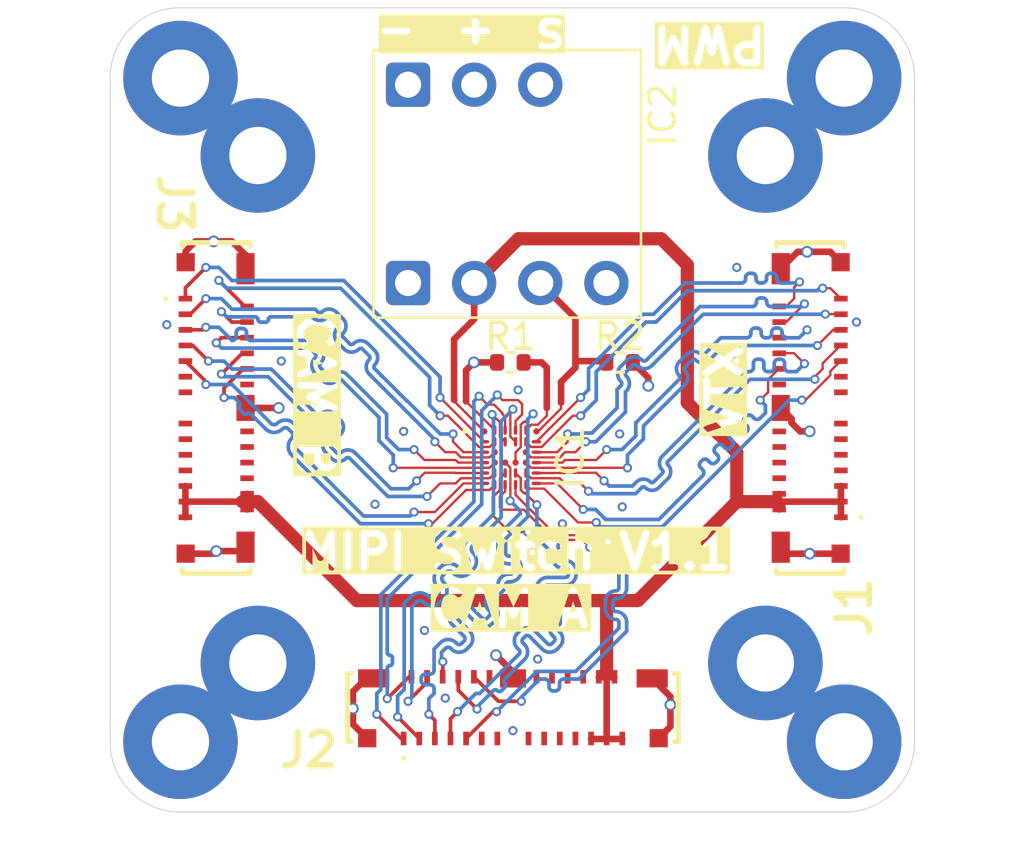
<source format=kicad_pcb>
(kicad_pcb (version 20240108) (generator "pcbnew") (generator_version "8.0")
  (layers (0 "F.Cu" signal "Front") (1 "In1.Cu" power) (2 "In2.Cu" power) (31 "B.Cu" signal "Back") (34 "B.Paste" user) (35 "F.Paste" user) (36 "B.SilkS" user "B.Silkscreen") (37 "F.SilkS" user "F.Silkscreen") (38 "B.Mask" user) (39 "F.Mask" user) (44 "Edge.Cuts" user))
  (net 0 "")
  (net 7 "GND")
  (net 11 "+3.3V")
  (net 26 "/CH_SEL")
  (net 27 "/CSI_IN_D0_P")
  (net 28 "/CSI_IN_CL_N")
  (net 29 "/CSI_IN_D0_N")
  (net 30 "/CSI_IN_CL_P")
  (net 31 "/CSI_IN_D1_N")
  (net 32 "/CSI_OUTB_D0_P")
  (net 33 "/CSI_OUTB_CL_P")
  (net 34 "/CSI_OUTB_D1_P")
  (net 35 "/CSI_OUTB_D1_N")
  (net 36 "/CSI_OUTB_D3_P")
  (net 37 "/CSI_OUTB_CL_N")
  (net 38 "/CSI_OUTB_D3_N")
  (net 39 "/CSI_OUTB_D2_P")
  (net 40 "/CSI_OUTB_D2_N")
  (net 41 "/CSI_OUTB_D0_N")
  (net 42 "/CSI_OUTA_D1_N")
  (net 43 "/CSI_OUTA_D0_N")
  (net 44 "/CSI_OUTA_D0_P")
  (net 45 "/CSI_OUTA_CL_N")
  (net 46 "/CSI_OUTA_CL_P")
  (net 47 "/CSI_IN_D2_N")
  (net 48 "/CSI_IN_D3_N")
  (net 49 "/CSI_IN_D2_P")
  (net 50 "/CSI_IN_D1_P")
  (net 51 "/CSI_IN_D3_P")
  (net 52 "/CSI_OUTA_D3_N")
  (net 53 "/CSI_OUTA_D2_P")
  (net 54 "/CSI_OUTA_D1_P")
  (net 55 "/CSI_OUTA_D2_N")
  (net 56 "/CSI_OUTA_D3_P")
  (net 57 "/OE")
  (net 58 "Net-(IC2-RC_IN)")
  (net 59 "Net-(IC2-VRC)")
  (net 60 "Net-(IC2-GND-Pad3)")
  (footprint "MountingHole:MountingHole_2.2mm_M2_Pad" (layer "F.Cu") (at 50 52.5)
    (property "Reference" "H7" (hide yes))
    (property "Value" "MountingHole_Pad")
  )
  (footprint "DF56C-26S-0.3V_51:DF56C26S03V51" (layer "F.Cu") (at 28.9 42.7 -90)
    (property "Reference" "J3")
    (property "Value" "DF56C-26S-0.3V_51_" (hide yes))
  )
  (footprint "MountingHole:MountingHole_2.2mm_M2_Pad" (layer "F.Cu") (at 30.5 33)
    (property "Reference" "H5" (hide yes))
    (property "Value" "MountingHole_Pad")
  )
  (footprint "MountingHole:MountingHole_2.2mm_M2_Pad" (layer "F.Cu") (at 27.52574 30.02574)
    (property "Reference" "H1" (hide yes))
    (property "Value" "MountingHole_Pad")
  )
  (footprint "MountingHole:MountingHole_2.2mm_M2_Pad" (layer "F.Cu") (at 53.02574 55.52574)
    (property "Reference" "H4" (hide yes))
    (property "Value" "MountingHole_Pad")
  )
  (footprint "MountingHole:MountingHole_2.2mm_M2_Pad" (layer "F.Cu") (at 27.52574 55.52574)
    (property "Reference" "H3" (hide yes))
    (property "Value" "MountingHole_Pad")
  )
  (footprint "Resistor_SMD:R_0402_1005Metric" (layer "F.Cu") (at 44.4 40.95)
    (property "Reference" "R2")
    (property "Value" "51k")
  )
  (footprint "MountingHole:MountingHole_2.2mm_M2_Pad" (layer "F.Cu") (at 53.02574 30.02574)
    (property "Reference" "H2" (hide yes))
    (property "Value" "MountingHole_Pad")
  )
  (footprint "MountingHole:MountingHole_2.2mm_M2_Pad" (layer "F.Cu") (at 50 33)
    (property "Reference" "H6" (hide yes))
    (property "Value" "MountingHole_Pad")
  )
  (footprint "DF56C-26S-0.3V_51:DF56C26S03V51" (layer "F.Cu") (at 51.715 42.7 90)
    (property "Reference" "J1")
    (property "Value" "DF56C-26S-0.3V_51_" (hide yes))
  )
  (footprint "MountingHole:MountingHole_2.2mm_M2_Pad" (layer "F.Cu") (at 30.5 52.5)
    (property "Reference" "H8" (hide yes))
    (property "Value" "MountingHole_Pad")
  )
  (footprint "DF56C-26S-0.3V_51:DF56C26S03V51" (layer "F.Cu") (at 40.3 54.215)
    (property "Reference" "J2")
    (property "Value" "DF56C-26S-0.3V_51_" (hide yes))
  )
  (footprint "PI3WVR646GEEX:PI3WVR646GEEX_1" (layer "F.Cu") (at 40.2 44.6)
    (property "Reference" "IC1")
    (property "Value" "PI3WVR646GEEX" (hide yes))
  )
  (footprint "RCS01B:RCS01B_PinHeader_2x04_P2.54mm_Vertical" (layer "F.Cu") (at 43.89 30.28 -90)
    (property "Reference" "IC2")
    (property "Value" "~")
  )
  (footprint "Resistor_SMD:R_0402_1005Metric" (layer "F.Cu") (at 40.2 40.95)
    (property "Reference" "R1")
    (property "Value" "51k")
  )
  (gr_arc (start 27.527565 58.22572) (mid 25.609962 57.443001) (end 24.82574 55.526011) (stroke (width 0.0381)) (layer "Edge.Cuts"))
  (gr_arc (start 55.725692 55.524941) (mid 54.959115 57.425192) (end 53.072916 58.22572) (stroke (width 0.0381)) (layer "Edge.Cuts"))
  (gr_line (start 24.82574 55.526011) (end 24.82574 29.974351) (stroke (width 0.0381)) (layer "Edge.Cuts"))
  (gr_line (start 27.525656 27.32574) (end 53.076204 27.325806) (stroke (width 0.0381)) (layer "Edge.Cuts"))
  (gr_arc (start 53.076204 27.325806) (mid 54.942893 28.109965) (end 55.725692 29.977225) (stroke (width 0.0381)) (layer "Edge.Cuts"))
  (gr_arc (start 24.82574 29.974351) (mid 25.627152 28.090874) (end 27.525656 27.32574) (stroke (width 0.0381)) (layer "Edge.Cuts"))
  (gr_line (start 55.725692 55.524941) (end 55.725692 29.977225) (stroke (width 0.0381)) (layer "Edge.Cuts"))
  (gr_line (start 27.527565 58.22572) (end 53.072916 58.22572) (stroke (width 0.0381)) (layer "Edge.Cuts"))
  (gr_text "MIPI Switch V1.1" (at 32 49 0) (layer "F.SilkS" knockout) (effects (font (size 1.3 1.3) (thickness 0.25) (bold yes)) (justify left bottom)))
  (gr_text "VTX" (at 49.2 43.8 90) (layer "F.SilkS" knockout) (effects (font (size 1.3 1.3) (thickness 0.25) (bold yes)) (justify left bottom)))
  (gr_text "S  +  -" (at 42.42 27.7 180) (layer "F.SilkS" knockout) (effects (font (size 1 1.1) (thickness 0.25) (bold yes)) (justify left bottom)))
  (gr_text "PWM" (at 50.15 27.95 180) (layer "F.SilkS" knockout) (effects (font (size 1.3 1.3) (thickness 0.25) (bold yes)) (justify left bottom)))
  (gr_text "CAM A" (at 37 51.2 0) (layer "F.SilkS" knockout) (effects (font (size 1.3 1.3) (thickness 0.25) (bold yes)) (justify left bottom)))
  (gr_text "CAM B" (at 31.95 38.95 -90) (layer "F.SilkS" knockout) (effects (font (size 1.3 1.3) (thickness 0.25) (bold yes)) (justify left bottom)))
  (segment (start 34.15 54.85) (end 34.15 54.25) (width 0.254) (layer "F.Cu") (net 7))
  (segment (start 27.725 48.3) (end 28.8 48.3) (width 0.254) (layer "F.Cu") (net 7))
  (segment (start 28.8 36.3) (end 29.5 36.3) (width 0.254) (layer "F.Cu") (net 7))
  (segment (start 29.5 36.3) (end 30.025 36.825) (width 0.254) (layer "F.Cu") (net 7))
  (segment (start 38.5 42.45) (end 38.5 41.25) (width 0.254) (layer "F.Cu") (net 7))
  (segment (start 51.6 36.7) (end 51.24 36.7) (width 0.254) (layer "F.Cu") (net 7))
  (segment (start 46.35 54.11) (end 46.35 53.79) (width 0.254) (layer "F.Cu") (net 7))
  (segment (start 46.35 54.94) (end 45.9 55.39) (width 0.254) (layer "F.Cu") (net 7))
  (segment (start 27.725 36.675) (end 27.725 37.1) (width 0.254) (layer "F.Cu") (net 7))
  (segment (start 28.1 36.3) (end 27.725 36.675) (width 0.254) (layer "F.Cu") (net 7))
  (segment (start 45.5 41.85) (end 45.5 41.54) (width 0.254) (layer "F.Cu") (net 7))
  (segment (start 51.24 36.7) (end 50.59 37.35) (width 0.254) (layer "F.Cu") (net 7))
  (segment (start 34.7 55.39) (end 34.69 55.39) (width 0.254) (layer "F.Cu") (net 7))
  (segment (start 38.5 41.25) (end 38.8 40.95) (width 0.254) (layer "F.Cu") (net 7))
  (segment (start 46.35 54.11) (end 46.35 54.94) (width 0.254) (layer "F.Cu") (net 7))
  (segment (start 34.15 54.25) (end 34.15 53.6) (width 0.254) (layer "F.Cu") (net 7))
  (segment (start 51.7 43.6) (end 51.334 43.6) (width 0.254) (layer "F.Cu") (net 7))
  (segment (start 51.7 48.3) (end 52.89 48.3) (width 0.254) (layer "F.Cu") (net 7))
  (segment (start 30.125 42.7) (end 31.3 42.7) (width 0.254) (layer "F.Cu") (net 7))
  (segment (start 39.65 52.2) (end 40.3 52.85) (width 0.254) (layer "F.Cu") (net 7))
  (segment (start 34.69 55.39) (end 34.15 54.85) (width 0.254) (layer "F.Cu") (net 7))
  (segment (start 28.8 36.3) (end 28.1 36.3) (width 0.254) (layer "F.Cu") (net 7))
  (segment (start 28.8 48.3) (end 28.9 48.2) (width 0.254) (layer "F.Cu") (net 7))
  (segment (start 34.15 53.6) (end 34.66 53.09) (width 0.254) (layer "F.Cu") (net 7))
  (segment (start 30.025 36.825) (end 30.025 37.35) (width 0.254) (layer "F.Cu") (net 7))
  (segment (start 51.6 36.7) (end 52.49 36.7) (width 0.254) (layer "F.Cu") (net 7))
  (segment (start 40.3 52.85) (end 40.3 53.075) (width 0.254) (layer "F.Cu") (net 7))
  (segment (start 34.66 53.09) (end 34.95 53.09) (width 0.254) (layer "F.Cu") (net 7))
  (segment (start 52.49 36.7) (end 52.89 37.1) (width 0.254) (layer "F.Cu") (net 7))
  (segment (start 45.5 41.54) (end 44.91 40.95) (width 0.254) (layer "F.Cu") (net 7))
  (segment (start 38.8 40.95) (end 39.69 40.95) (width 0.254) (layer "F.Cu") (net 7))
  (segment (start 51.334 43.6) (end 51.007 43.273) (width 0.254) (layer "F.Cu") (net 7))
  (segment (start 46.35 53.79) (end 45.65 53.09) (width 0.254) (layer "F.Cu") (net 7))
  (segment (start 51.007 43.273) (end 51.007 43.117) (width 0.254) (layer "F.Cu") (net 7))
  (segment (start 29.875 48.2) (end 30.025 48.05) (width 0.254) (layer "F.Cu") (net 7))
  (segment (start 50.84 48.3) (end 50.59 48.05) (width 0.254) (layer "F.Cu") (net 7))
  (segment (start 51.007 43.117) (end 50.59 42.7) (width 0.254) (layer "F.Cu") (net 7))
  (segment (start 51.7 48.3) (end 50.84 48.3) (width 0.254) (layer "F.Cu") (net 7))
  (segment (start 28.9 48.2) (end 29.875 48.2) (width 0.254) (layer "F.Cu") (net 7))
  (segment (start 39.6 43.55) (end 38.5 42.45) (width 0.09) (layer "F.Cu") (net 7))
  (via (at 53.5 39.4) (size 0.35) (drill 0.2) (layers "F.Cu" "B.Cu") (net 7))
  (via (at 31.4 40.9) (size 0.35) (drill 0.2) (layers "F.Cu" "B.Cu") (net 7))
  (via (at 51.7 43.6) (size 0.45) (drill 0.3) (layers "F.Cu" "B.Cu") (net 7))
  (via (at 44.4 43.7) (size 0.35) (drill 0.2) (layers "F.Cu" "B.Cu") (net 7))
  (via (at 41.05 48.25) (size 0.35) (drill 0.2) (layers "F.Cu" "B.Cu") (net 7))
  (via (at 35 46.4) (size 0.35) (drill 0.2) (layers "F.Cu" "B.Cu") (net 7))
  (via (at 51.6 36.7) (size 0.45) (drill 0.3) (layers "F.Cu" "B.Cu") (net 7))
  (via (at 28.8 36.3) (size 0.45) (drill 0.3) (layers "F.Cu" "B.Cu") (net 7))
  (via (at 44.5 46.5) (size 0.35) (drill 0.2) (layers "F.Cu" "B.Cu") (net 7))
  (via (at 48.9 37.3) (size 0.35) (drill 0.2) (layers "F.Cu" "B.Cu") (net 7))
  (via (at 40.5 42.01019) (size 0.35) (drill 0.2) (layers "F.Cu" "B.Cu") (net 7))
  (via (at 36.9 51.25) (size 0.35) (drill 0.2) (layers "F.Cu" "B.Cu") (net 7))
  (via (at 34.15 54.25) (size 0.45) (drill 0.3) (layers "F.Cu" "B.Cu") (net 7))
  (via (at 41.25 52.35) (size 0.35) (drill 0.2) (layers "F.Cu" "B.Cu") (net 7))
  (via (at 48.9 40.9) (size 0.35) (drill 0.2) (layers "F.Cu" "B.Cu") (net 7))
  (via (at 51.7 48.3) (size 0.45) (drill 0.3) (layers "F.Cu" "B.Cu") (net 7))
  (via (at 28.9 48.2) (size 0.45) (drill 0.3) (layers "F.Cu" "B.Cu") (net 7))
  (via (at 31.3 42.7) (size 0.45) (drill 0.3) (layers "F.Cu" "B.Cu") (net 7))
  (via (at 40.3 55.1) (size 0.35) (drill 0.2) (layers "F.Cu" "B.Cu") (net 7))
  (via (at 42.2 47.15) (size 0.35) (drill 0.2) (layers "F.Cu" "B.Cu") (net 7))
  (via (at 36.1 43.6) (size 0.35) (drill 0.2) (layers "F.Cu" "B.Cu") (net 7))
  (via (at 27 39.5) (size 0.35) (drill 0.2) (layers "F.Cu" "B.Cu") (net 7))
  (via (at 46.35 54.11) (size 0.45) (drill 0.3) (layers "F.Cu" "B.Cu") (net 7))
  (via (at 37.7 53.85) (size 0.35) (drill 0.2) (layers "F.Cu" "B.Cu") (net 7))
  (via (at 39.65 52.2) (size 0.45) (drill 0.3) (layers "F.Cu" "B.Cu") (net 7))
  (via (at 45.5 41.85) (size 0.45) (drill 0.3) (layers "F.Cu" "B.Cu") (net 7))
  (via (at 38.8 40.95) (size 0.45) (drill 0.3) (layers "F.Cu" "B.Cu") (net 7))
  (segment (start 38.81 39.29) (end 38.0401 40.0599) (width 0.254) (layer "F.Cu") (net 11))
  (segment (start 50.63 46.3) (end 50.53 46.4) (width 0.254) (layer "F.Cu") (net 11))
  (segment (start 29.9 46.3) (end 30.5 46.3) (width 0.508) (layer "F.Cu") (net 11))
  (segment (start 38.05 42.45) (end 39.2 43.6) (width 0.09) (layer "F.Cu") (net 11))
  (segment (start 45.1 50.1) (end 48.9 46.3) (width 0.508) (layer "F.Cu") (net 11))
  (segment (start 38.81 37.9) (end 38.81 39.29) (width 0.254) (layer "F.Cu") (net 11))
  (segment (start 52.9 46.3) (end 50.63 46.3) (width 0.254) (layer "F.Cu") (net 11))
  (segment (start 43.9 50.1) (end 43.9 52.95) (width 0.508) (layer "F.Cu") (net 11))
  (segment (start 44.2 53.05) (end 43.8 53.05) (width 0.254) (layer "F.Cu") (net 11))
  (segment (start 50.43 46.3) (end 50.53 46.4) (width 0.508) (layer "F.Cu") (net 11))
  (segment (start 43.9 55.42) (end 43.9 53.15) (width 0.254) (layer "F.Cu") (net 11))
  (segment (start 30.085 46.6) (end 30.085 46) (width 0.254) (layer "F.Cu") (net 11))
  (segment (start 52.9 45.7) (end 52.9 46.3) (width 0.254) (layer "F.Cu") (net 11))
  (segment (start 47 37.2) (end 47 42.5) (width 0.508) (layer "F.Cu") (net 11))
  (segment (start 44.5 55.42) (end 43.9 55.42) (width 0.254) (layer "F.Cu") (net 11))
  (segment (start 30.5 46.3) (end 34.3 50.1) (width 0.508) (layer "F.Cu") (net 11))
  (segment (start 38.05 42.4) (end 38.05 42.45) (width 0.09) (layer "F.Cu") (net 11))
  (segment (start 38.81 37.9) (end 40.51 36.2) (width 0.508) (layer "F.Cu") (net 11))
  (segment (start 50.53 46.4) (end 50.53 46.6) (width 0.254) (layer "F.Cu") (net 11))
  (segment (start 50.53 46) (end 50.53 46.4) (width 0.254) (layer "F.Cu") (net 11))
  (segment (start 48.9 44.4) (end 48.9 46.3) (width 0.508) (layer "F.Cu") (net 11))
  (segment (start 34.3 50.1) (end 45.1 50.1) (width 0.508) (layer "F.Cu") (net 11))
  (segment (start 38.0401 42.3901) (end 38.05 42.4) (width 0.254) (layer "F.Cu") (net 11))
  (segment (start 27.715 45.7) (end 27.715 46.3) (width 0.254) (layer "F.Cu") (net 11))
  (segment (start 43.3 55.42) (end 43.9 55.42) (width 0.254) (layer "F.Cu") (net 11))
  (segment (start 48.9 46.3) (end 50.43 46.3) (width 0.508) (layer "F.Cu") (net 11))
  (segment (start 43.8 53.05) (end 43.6 53.05) (width 0.254) (layer "F.Cu") (net 11))
  (segment (start 27.715 46.3) (end 27.715 46.9) (width 0.254) (layer "F.Cu") (net 11))
  (segment (start 46 36.2) (end 47 37.2) (width 0.508) (layer "F.Cu") (net 11))
  (segment (start 52.9 46.9) (end 52.9 46.3) (width 0.254) (layer "F.Cu") (net 11))
  (segment (start 47 42.5) (end 48.9 44.4) (width 0.508) (layer "F.Cu") (net 11))
  (segment (start 40.51 36.2) (end 46 36.2) (width 0.508) (layer "F.Cu") (net 11))
  (segment (start 38.0401 40.0599) (end 38.0401 42.3901) (width 0.254) (layer "F.Cu") (net 11))
  (segment (start 29.9 46.3) (end 27.715 46.3) (width 0.254) (layer "F.Cu") (net 11))
  (segment (start 42.15 42.5) (end 42.15 42.720524) (width 0.09) (layer "F.Cu") (net 26))
  (segment (start 42.15 41.7) (end 42.7 41.15) (width 0.254) (layer "F.Cu") (net 26))
  (segment (start 42.7 40.9) (end 43.89 40.9) (width 0.254) (layer "F.Cu") (net 26))
  (segment (start 42.7 41.15) (end 42.7 39.25) (width 0.254) (layer "F.Cu") (net 26))
  (segment (start 42.7 39.25) (end 41.35 37.9) (width 0.254) (layer "F.Cu") (net 26))
  (segment (start 42.15 42.720524) (end 41.270524 43.6) (width 0.09) (layer "F.Cu") (net 26))
  (segment (start 41.270524 43.6) (end 41.2 43.6) (width 0.09) (layer "F.Cu") (net 26))
  (segment (start 42.15 42.5) (end 42.15 41.7) (width 0.254) (layer "F.Cu") (net 26))
  (segment (start 43.49 45.19) (end 42.31 45.19) (width 0.09) (layer "F.Cu") (net 27))
  (segment (start 51.095 40.595) (end 50.52 40.595) (width 0.09) (layer "F.Cu") (net 27))
  (segment (start 51.5 41) (end 51.095 40.595) (width 0.09) (layer "F.Cu") (net 27))
  (segment (start 42.3 45.2) (end 41.2 45.2) (width 0.09) (layer "F.Cu") (net 27))
  (segment (start 43.8 45.5) (end 43.49 45.19) (width 0.09) (layer "F.Cu") (net 27))
  (segment (start 42.31 45.19) (end 42.3 45.2) (width 0.09) (layer "F.Cu") (net 27))
  (via (at 51.5 41) (size 0.35) (drill 0.2) (layers "F.Cu" "B.Cu") (net 27))
  (via (at 43.8 45.5) (size 0.35) (drill 0.2) (layers "F.Cu" "B.Cu") (net 27))
  (segment (start 51.5 41) (end 51.1944 41.3056) (width 0.142) (layer "B.Cu") (net 27))
  (segment (start 49.38 41.3056) (end 49.3 41.3056) (width 0.142) (layer "B.Cu") (net 27))
  (segment (start 50.34 40.987444) (end 50.34 41.1456) (width 0.142) (layer "B.Cu") (net 27))
  (segment (start 49.54 40.98745) (end 49.54 41.1456) (width 0.142) (layer "B.Cu") (net 27))
  (segment (start 49.3 41.3056) (end 49.286226 41.3056) (width 0.142) (layer "B.Cu") (net 27))
  (segment (start 50.58 40.827444) (end 50.5 40.827444) (width 0.142) (layer "B.Cu") (net 27))
  (segment (start 49.286226 41.3056) (end 49.045913 41.545913) (width 0.142) (layer "B.Cu") (net 27))
  (segment (start 50.18 41.3056) (end 50.1 41.3056) (width 0.142) (layer "B.Cu") (net 27))
  (segment (start 51.1944 41.3056) (end 50.9 41.3056) (width 0.142) (layer "B.Cu") (net 27))
  (segment (start 50.74 41.1456) (end 50.74 40.987444) (width 0.142) (layer "B.Cu") (net 27))
  (segment (start 49.045913 41.545913) (end 46.445913 44.145913) (width 0.142) (layer "B.Cu") (net 27))
  (segment (start 45.706633 45.545913) (end 46.040953 45.211592) (width 0.142) (layer "B.Cu") (net 27))
  (segment (start 44 45.7) (end 44.891826 45.7) (width 0.142) (layer "B.Cu") (net 27))
  (segment (start 46.375273 44.216552) (end 46.445913 44.145913) (width 0.142) (layer "B.Cu") (net 27))
  (segment (start 49.78 40.82745) (end 49.7 40.82745) (width 0.142) (layer "B.Cu") (net 27))
  (segment (start 44.891826 45.7) (end 45.045913 45.545913) (width 0.142) (layer "B.Cu") (net 27))
  (segment (start 46.040953 44.550872) (end 46.375273 44.216552) (width 0.142) (layer "B.Cu") (net 27))
  (segment (start 49.94 41.1456) (end 49.94 40.98745) (width 0.142) (layer "B.Cu") (net 27))
  (segment (start 43.8 45.5) (end 44 45.7) (width 0.142) (layer "B.Cu") (net 27))
  (arc (start 49.94 40.98745) (mid 49.893137 40.874313) (end 49.78 40.82745) (width 0.142) (layer "B.Cu") (net 27))
  (arc (start 45.045913 45.545913) (mid 45.31518 45.434379) (end 45.584447 45.545913) (width 0.142) (layer "B.Cu") (net 27))
  (arc (start 50.74 40.987444) (mid 50.693137 40.874307) (end 50.58 40.827444) (width 0.142) (layer "B.Cu") (net 27))
  (arc (start 46.040953 45.211592) (mid 46.066259 45.150499) (end 46.040953 45.089406) (width 0.142) (layer "B.Cu") (net 27))
  (arc (start 49.54 41.1456) (mid 49.493137 41.258737) (end 49.38 41.3056) (width 0.142) (layer "B.Cu") (net 27))
  (arc (start 45.584447 45.545913) (mid 45.64554 45.571219) (end 45.706633 45.545913) (width 0.142) (layer "B.Cu") (net 27))
  (arc (start 49.7 40.82745) (mid 49.586863 40.874313) (end 49.54 40.98745) (width 0.142) (layer "B.Cu") (net 27))
  (arc (start 50.34 41.1456) (mid 50.293137 41.258737) (end 50.18 41.3056) (width 0.142) (layer "B.Cu") (net 27))
  (arc (start 50.5 40.827444) (mid 50.386863 40.874307) (end 50.34 40.987444) (width 0.142) (layer "B.Cu") (net 27))
  (arc (start 46.040953 45.089406) (mid 45.929419 44.820139) (end 46.040953 44.550872) (width 0.142) (layer "B.Cu") (net 27))
  (arc (start 50.1 41.3056) (mid 49.986863 41.258737) (end 49.94 41.1456) (width 0.142) (layer "B.Cu") (net 27))
  (arc (start 50.9 41.3056) (mid 50.786863 41.258737) (end 50.74 41.1456) (width 0.142) (layer "B.Cu") (net 27))
  (segment (start 52.495 41.443407) (end 52.495 41.29) (width 0.09) (layer "F.Cu") (net 28))
  (segment (start 43.5 47.1) (end 42.8 47.1) (width 0.09) (layer "F.Cu") (net 28))
  (segment (start 41.5 45.8) (end 40.95 45.8) (width 0.09) (layer "F.Cu") (net 28))
  (segment (start 52.89 40.92962) (end 52.89 40.895) (width 0.142) (layer "F.Cu") (net 28))
  (segment (start 40.95 45.8) (end 40.8 45.65) (width 0.09) (layer "F.Cu") (net 28))
  (segment (start 51.538407 42.4) (end 52.495 41.443407) (width 0.09) (layer "F.Cu") (net 28))
  (segment (start 51.4 42.4) (end 51.538407 42.4) (width 0.09) (layer "F.Cu") (net 28))
  (segment (start 52.495 41.29) (end 52.89 40.895) (width 0.09) (layer "F.Cu") (net 28))
  (segment (start 52.808 40.9) (end 52.9 40.9) (width 0.142) (layer "F.Cu") (net 28))
  (segment (start 42.8 47.1) (end 41.5 45.8) (width 0.09) (layer "F.Cu") (net 28))
  (segment (start 52.8956 40.9006) (end 52.89 40.895) (width 0.142) (layer "F.Cu") (net 28))
  (via (at 51.4 42.4) (size 0.35) (drill 0.2) (layers "F.Cu" "B.Cu") (net 28))
  (via (at 43.5 47.1) (size 0.35) (drill 0.2) (layers "F.Cu" "B.Cu") (net 28))
  (segment (start 46.034715 47.273459) (end 43.673459 47.273459) (width 0.142) (layer "B.Cu") (net 28))
  (segment (start 50.908174 42.4) (end 46.034715 47.273459) (width 0.142) (layer "B.Cu") (net 28))
  (segment (start 43.673459 47.273459) (end 43.5 47.1) (width 0.142) (layer "B.Cu") (net 28))
  (segment (start 51.4 42.4) (end 50.908174 42.4) (width 0.142) (layer "B.Cu") (net 28))
  (segment (start 51.9 41.6) (end 51.9 41.5) (width 0.09) (layer "F.Cu") (net 29))
  (segment (start 42.3 45.6) (end 42.1 45.4) (width 0.09) (layer "F.Cu") (net 29))
  (segment (start 52.2 41.2) (end 52.2 40.985) (width 0.09) (layer "F.Cu") (net 29))
  (segment (start 40.8 45.202843) (end 40.8 45.2) (width 0.09) (layer "F.Cu") (net 29))
  (segment (start 52.8956 40.3006) (end 52.89 40.295) (width 0.142) (layer "F.Cu") (net 29))
  (segment (start 42.9 45.6) (end 42.3 45.6) (width 0.09) (layer "F.Cu") (net 29))
  (segment (start 51.9 41.5) (end 52.2 41.2) (width 0.09) (layer "F.Cu") (net 29))
  (segment (start 40.997157 45.4) (end 40.8 45.202843) (width 0.09) (layer "F.Cu") (net 29))
  (segment (start 42.1 45.4) (end 40.997157 45.4) (width 0.09) (layer "F.Cu") (net 29))
  (segment (start 43.2 45.9) (end 42.9 45.6) (width 0.09) (layer "F.Cu") (net 29))
  (segment (start 40.8 45.2) (end 40.8 45.202843) (width 0.09) (layer "F.Cu") (net 29))
  (segment (start 52.2 40.985) (end 52.89 40.295) (width 0.09) (layer "F.Cu") (net 29))
  (via (at 51.9 41.6) (size 0.35) (drill 0.2) (layers "F.Cu" "B.Cu") (net 29))
  (via (at 43.2 45.9) (size 0.35) (drill 0.2) (layers "F.Cu" "B.Cu") (net 29))
  (segment (start 45.013774 45.9944) (end 45.254087 45.754087) (width 0.142) (layer "B.Cu") (net 29))
  (segment (start 45.914806 45.754086) (end 46.249126 45.419765) (width 0.142) (layer "B.Cu") (net 29))
  (segment (start 46.583447 44.424726) (end 46.654087 44.354087) (width 0.142) (layer "B.Cu") (net 29))
  (segment (start 46.654087 44.354087) (end 49.408174 41.6) (width 0.142) (layer "B.Cu") (net 29))
  (segment (start 43.2944 45.9944) (end 45.013774 45.9944) (width 0.142) (layer "B.Cu") (net 29))
  (segment (start 46.249126 44.759044) (end 46.583447 44.424726) (width 0.142) (layer "B.Cu") (net 29))
  (segment (start 49.408174 41.6) (end 51.9 41.6) (width 0.142) (layer "B.Cu") (net 29))
  (segment (start 45.254087 45.754087) (end 45.254086 45.754086) (width 0.142) (layer "B.Cu") (net 29))
  (segment (start 43.2 45.9) (end 43.2944 45.9944) (width 0.142) (layer "B.Cu") (net 29))
  (arc (start 45.254086 45.754086) (mid 45.315179 45.72878) (end 45.376273 45.754086) (width 0.142) (layer "B.Cu") (net 29))
  (arc (start 45.376273 45.754086) (mid 45.64554 45.865619) (end 45.914806 45.754086) (width 0.142) (layer "B.Cu") (net 29))
  (arc (start 46.249126 44.881231) (mid 46.22382 44.820138) (end 46.249126 44.759044) (width 0.142) (layer "B.Cu") (net 29))
  (arc (start 46.249126 45.419765) (mid 46.36066 45.150498) (end 46.249126 44.881231) (width 0.142) (layer "B.Cu") (net 29))
  (segment (start 43 46.6) (end 42 45.6) (width 0.09) (layer "F.Cu") (net 30))
  (segment (start 49.8 42.4) (end 50.105 42.095) (width 0.09) (layer "F.Cu") (net 30))
  (segment (start 50.105 41.61) (end 50.52 41.195) (width 0.09) (layer "F.Cu") (net 30))
  (segment (start 50.105 42.095) (end 50.105 41.61) (width 0.09) (layer "F.Cu") (net 30))
  (segment (start 42 45.6) (end 41.2 45.6) (width 0.09) (layer "F.Cu") (net 30))
  (via (at 49.8 42.4) (size 0.35) (drill 0.2) (layers "F.Cu" "B.Cu") (net 30))
  (via (at 43 46.6) (size 0.35) (drill 0.2) (layers "F.Cu" "B.Cu") (net 30))
  (segment (start 48.642719 43.866051) (end 48.721108 43.94444) (width 0.142) (layer "B.Cu") (net 30))
  (segment (start 43.475176 46.6) (end 43 46.6) (width 0.142) (layer "B.Cu") (net 30))
  (segment (start 49.265005 43.017554) (end 49.208436 43.074122) (width 0.142) (layer "B.Cu") (net 30))
  (segment (start 48.664541 44.227284) (end 48.664541 44.227285) (width 0.142) (layer "B.Cu") (net 30))
  (segment (start 50 42.6) (end 50 42.891826) (width 0.142) (layer "B.Cu") (net 30))
  (segment (start 48.077033 44.431737) (end 48.155422 44.510126) (width 0.142) (layer "B.Cu") (net 30))
  (segment (start 49.230227 43.661598) (end 49.230227 43.661599) (width 0.142) (layer "B.Cu") (net 30))
  (segment (start 47.395913 45.495913) (end 45.907724 46.984102) (width 0.142) (layer "B.Cu") (net 30))
  (segment (start 49.286794 43.605028) (end 49.230227 43.661598) (width 0.142) (layer "B.Cu") (net 30))
  (segment (start 50 42.891826) (end 49.795913 43.095913) (width 0.142) (layer "B.Cu") (net 30))
  (segment (start 48.098855 44.79297) (end 48.098855 44.792971) (width 0.142) (layer "B.Cu") (net 30))
  (segment (start 43.859278 46.984102) (end 43.475176 46.6) (width 0.142) (layer "B.Cu") (net 30))
  (segment (start 47.511347 44.997423) (end 47.589736 45.075812) (width 0.142) (layer "B.Cu") (net 30))
  (segment (start 47.533169 45.358656) (end 47.395913 45.495913) (width 0.142) (layer "B.Cu") (net 30))
  (segment (start 45.907724 46.984102) (end 43.859278 46.984102) (width 0.142) (layer "B.Cu") (net 30))
  (segment (start 47.589736 45.302086) (end 47.533169 45.358656) (width 0.142) (layer "B.Cu") (net 30))
  (segment (start 49.003952 43.661599) (end 48.925562 43.583209) (width 0.142) (layer "B.Cu") (net 30))
  (segment (start 48.133602 44.148895) (end 48.077033 44.205463) (width 0.142) (layer "B.Cu") (net 30))
  (segment (start 49.8 42.4) (end 50 42.6) (width 0.142) (layer "B.Cu") (net 30))
  (segment (start 48.438266 44.227285) (end 48.359876 44.148895) (width 0.142) (layer "B.Cu") (net 30))
  (segment (start 47.87258 44.792971) (end 47.79419 44.714581) (width 0.142) (layer "B.Cu") (net 30))
  (segment (start 49.569638 43.095913) (end 49.491279 43.017554) (width 0.142) (layer "B.Cu") (net 30))
  (segment (start 49.208436 43.300396) (end 49.286794 43.378754) (width 0.142) (layer "B.Cu") (net 30))
  (segment (start 48.699288 43.583209) (end 48.642719 43.639777) (width 0.142) (layer "B.Cu") (net 30))
  (segment (start 48.155422 44.7364) (end 48.098855 44.79297) (width 0.142) (layer "B.Cu") (net 30))
  (segment (start 48.721108 44.170714) (end 48.664541 44.227284) (width 0.142) (layer "B.Cu") (net 30))
  (segment (start 47.567916 44.714581) (end 47.511347 44.771149) (width 0.142) (layer "B.Cu") (net 30))
  (arc (start 48.155422 44.510126) (mid 48.202285 44.623263) (end 48.155422 44.7364) (width 0.142) (layer "B.Cu") (net 30))
  (arc (start 48.925562 43.583209) (mid 48.812425 43.536346) (end 48.699288 43.583209) (width 0.142) (layer "B.Cu") (net 30))
  (arc (start 49.208436 43.074122) (mid 49.161573 43.187259) (end 49.208436 43.300396) (width 0.142) (layer "B.Cu") (net 30))
  (arc (start 48.077033 44.205463) (mid 48.03017 44.3186) (end 48.077033 44.431737) (width 0.142) (layer "B.Cu") (net 30))
  (arc (start 47.79419 44.714581) (mid 47.681053 44.667718) (end 47.567916 44.714581) (width 0.142) (layer "B.Cu") (net 30))
  (arc (start 48.098855 44.792971) (mid 47.985717 44.839834) (end 47.87258 44.792971) (width 0.142) (layer "B.Cu") (net 30))
  (arc (start 49.230227 43.661599) (mid 49.117089 43.708462) (end 49.003952 43.661599) (width 0.142) (layer "B.Cu") (net 30))
  (arc (start 49.795913 43.095913) (mid 49.682775 43.142776) (end 49.569638 43.095913) (width 0.142) (layer "B.Cu") (net 30))
  (arc (start 49.491279 43.017554) (mid 49.378142 42.970691) (end 49.265005 43.017554) (width 0.142) (layer "B.Cu") (net 30))
  (arc (start 48.642719 43.639777) (mid 48.595856 43.752914) (end 48.642719 43.866051) (width 0.142) (layer "B.Cu") (net 30))
  (arc (start 48.721108 43.94444) (mid 48.767971 44.057577) (end 48.721108 44.170714) (width 0.142) (layer "B.Cu") (net 30))
  (arc (start 47.589736 45.075812) (mid 47.636599 45.188949) (end 47.589736 45.302086) (width 0.142) (layer "B.Cu") (net 30))
  (arc (start 48.359876 44.148895) (mid 48.246739 44.102032) (end 48.133602 44.148895) (width 0.142) (layer "B.Cu") (net 30))
  (arc (start 48.664541 44.227285) (mid 48.551403 44.274148) (end 48.438266 44.227285) (width 0.142) (layer "B.Cu") (net 30))
  (arc (start 47.511347 44.771149) (mid 47.464484 44.884286) (end 47.511347 44.997423) (width 0.142) (layer "B.Cu") (net 30))
  (arc (start 49.286794 43.378754) (mid 49.333657 43.491891) (end 49.286794 43.605028) (width 0.142) (layer "B.Cu") (net 30))
  (segment (start 52.8956 39.7006) (end 52.89 39.695) (width 0.142) (layer "F.Cu") (net 31))
  (segment (start 41 45) (end 44.7 45) (width 0.09) (layer "F.Cu") (net 31))
  (segment (start 40.802843 44.802843) (end 41 45) (width 0.09) (layer "F.Cu") (net 31))
  (segment (start 52.605 39.695) (end 52.89 39.695) (width 0.09) (layer "F.Cu") (net 31))
  (segment (start 52.808 39.7) (end 52.9 39.7) (width 0.142) (layer "F.Cu") (net 31))
  (segment (start 52 40.3) (end 52.605 39.695) (width 0.09) (layer "F.Cu") (net 31))
  (segment (start 40.8 44.8) (end 40.8 44.802843) (width 0.09) (layer "F.Cu") (net 31))
  (via (at 52 40.3) (size 0.35) (drill 0.2) (layers "F.Cu" "B.Cu") (net 31))
  (via (at 44.7 45) (size 0.35) (drill 0.2) (layers "F.Cu" "B.Cu") (net 31))
  (segment (start 48.134454 40.573721) (end 48.269917 40.438257) (width 0.142) (layer "B.Cu") (net 31))
  (segment (start 48.408174 40.3) (end 52 40.3) (width 0.142) (layer "B.Cu") (net 31))
  (segment (start 47.856704 40.851473) (end 48.134454 40.573721) (width 0.142) (layer "B.Cu") (net 31))
  (segment (start 46.904087 41.129225) (end 47.18184 40.851473) (width 0.142) (layer "B.Cu") (net 31))
  (segment (start 44.7 45) (end 44.7 44.508173) (width 0.142) (layer "B.Cu") (net 31))
  (segment (start 44.7 44.508173) (end 45.314457 43.893716) (width 0.142) (layer "B.Cu") (net 31))
  (segment (start 45.314457 43.393717) (end 46.904087 41.804087) (width 0.142) (layer "B.Cu") (net 31))
  (segment (start 45.314457 43.893716) (end 45.314457 43.393717) (width 0.142) (layer "B.Cu") (net 31))
  (segment (start 48.269917 40.438257) (end 48.408174 40.3) (width 0.142) (layer "B.Cu") (net 31))
  (arc (start 46.904087 41.804087) (mid 47.017085 41.531285) (end 46.904088 41.258481) (width 0.142) (layer "B.Cu") (net 31))
  (arc (start 47.18184 40.851473) (mid 47.246468 40.824704) (end 47.311098 40.851473) (width 0.142) (layer "B.Cu") (net 31))
  (arc (start 47.311098 40.851473) (mid 47.583901 40.964472) (end 47.856704 40.851473) (width 0.142) (layer "B.Cu") (net 31))
  (arc (start 46.904088 41.258481) (mid 46.877317 41.193853) (end 46.904087 41.129225) (width 0.142) (layer "B.Cu") (net 31))
  (segment (start 37.5 45.6) (end 38.1 45.6) (width 0.09) (layer "F.Cu") (net 32))
  (segment (start 38.1 45.6) (end 38.3 45.4) (width 0.09) (layer "F.Cu") (net 32))
  (segment (start 39.402843 45.4) (end 39.6 45.202843) (width 0.09) (layer "F.Cu") (net 32))
  (segment (start 39.6 45.202843) (end 39.6 45.2) (width 0.09) (layer "F.Cu") (net 32))
  (segment (start 30.085 40.6) (end 29.9 40.6) (width 0.142) (layer "F.Cu") (net 32))
  (segment (start 38.3 45.4) (end 39.402843 45.4) (width 0.09) (layer "F.Cu") (net 32))
  (segment (start 37 46.1) (end 37.5 45.6) (width 0.09) (layer "F.Cu") (net 32))
  (segment (start 29.9 40.6) (end 29.1 41.4) (width 0.142) (layer "F.Cu") (net 32))
  (via (at 29.1 41.4) (size 0.35) (drill 0.2) (layers "F.Cu" "B.Cu") (net 32))
  (via (at 37 46.1) (size 0.35) (drill 0.2) (layers "F.Cu" "B.Cu") (net 32))
  (segment (start 33.39147 43.583296) (end 33.287383 43.687383) (width 0.142) (layer "B.Cu") (net 32))
  (segment (start 30.891826 41.5) (end 32.545913 43.154087) (width 0.142) (layer "B.Cu") (net 32))
  (segment (start 34.295913 44.904087) (end 35.491826 46.1) (width 0.142) (layer "B.Cu") (net 32))
  (segment (start 33.287384 43.687384) (end 33.215684 43.759084) (width 0.142) (layer "B.Cu") (net 32))
  (segment (start 32.545913 43.154087) (end 32.545912 43.154085) (width 0.142) (layer "B.Cu") (net 32))
  (segment (start 33.463171 43.511598) (end 33.39147 43.583296) (width 0.142) (layer "B.Cu") (net 32))
  (segment (start 33.111597 44.422918) (end 33.325708 44.637029) (width 0.142) (layer "B.Cu") (net 32))
  (segment (start 33.215684 43.759084) (end 33.111597 43.86317) (width 0.142) (layer "B.Cu") (net 32))
  (segment (start 29.2 41.5) (end 30.891826 41.5) (width 0.142) (layer "B.Cu") (net 32))
  (segment (start 34.028855 44.637029) (end 34.242968 44.851141) (width 0.142) (layer "B.Cu") (net 32))
  (segment (start 34.242968 44.851141) (end 34.295913 44.904087) (width 0.142) (layer "B.Cu") (net 32))
  (segment (start 33.24906 43.154087) (end 33.463171 43.368198) (width 0.142) (layer "B.Cu") (net 32))
  (segment (start 29.1 41.4) (end 29.2 41.5) (width 0.142) (layer "B.Cu") (net 32))
  (segment (start 33.287383 43.687383) (end 33.287384 43.687384) (width 0.142) (layer "B.Cu") (net 32))
  (segment (start 35.491826 46.1) (end 37 46.1) (width 0.142) (layer "B.Cu") (net 32))
  (arc (start 33.885456 44.637029) (mid 33.957155 44.60733) (end 34.028855 44.637029) (width 0.142) (layer "B.Cu") (net 32))
  (arc (start 33.325708 44.637029) (mid 33.605582 44.752957) (end 33.885456 44.637029) (width 0.142) (layer "B.Cu") (net 32))
  (arc (start 33.111597 43.86317) (mid 32.995669 44.143044) (end 33.111597 44.422918) (width 0.142) (layer "B.Cu") (net 32))
  (arc (start 33.10566 43.154086) (mid 33.177359 43.124387) (end 33.24906 43.154087) (width 0.142) (layer "B.Cu") (net 32))
  (arc (start 33.463171 43.368198) (mid 33.492869 43.439897) (end 33.463171 43.511598) (width 0.142) (layer "B.Cu") (net 32))
  (arc (start 32.545912 43.154085) (mid 32.825787 43.270013) (end 33.10566 43.154086) (width 0.142) (layer "B.Cu") (net 32))
  (segment (start 39.4 45.85) (end 39.6 45.65) (width 0.09) (layer "F.Cu") (net 33))
  (segment (start 29.2 41.935) (end 29.2 42.3) (width 0.142) (layer "F.Cu") (net 33))
  (segment (start 37.2028 47.1472) (end 38.5 45.85) (width 0.09) (layer "F.Cu") (net 33))
  (segment (start 38.5 45.85) (end 39.4 45.85) (width 0.09) (layer "F.Cu") (net 33))
  (segment (start 29.935 41.2) (end 29.2 41.935) (width 0.142) (layer "F.Cu") (net 33))
  (segment (start 37.056342 47.1472) (end 37.2028 47.1472) (width 0.09) (layer "F.Cu") (net 33))
  (segment (start 30.085 41.2) (end 29.935 41.2) (width 0.142) (layer "F.Cu") (net 33))
  (via (at 29.2 42.3) (size 0.35) (drill 0.2) (layers "F.Cu" "B.Cu") (net 33))
  (via (at 37.056342 47.1472) (size 0.35) (drill 0.2) (layers "F.Cu" "B.Cu") (net 33))
  (segment (start 30.365253 43.073427) (end 30.562842 43.271016) (width 0.142) (layer "B.Cu") (net 33))
  (segment (start 31.800787 44.508959) (end 31.930048 44.638221) (width 0.142) (layer "B.Cu") (net 33))
  (segment (start 31.930048 44.638221) (end 32.075693 44.783867) (width 0.142) (layer "B.Cu") (net 33))
  (segment (start 30.798676 43.50685) (end 30.798675 43.506848) (width 0.142) (layer "B.Cu") (net 33))
  (segment (start 29.2 42.3) (end 29.591826 42.3) (width 0.142) (layer "B.Cu") (net 33))
  (segment (start 31.671529 43.50685) (end 31.800788 43.636109) (width 0.142) (layer "B.Cu") (net 33))
  (segment (start 29.799568 42.75878) (end 29.95689 42.916102) (width 0.142) (layer "B.Cu") (net 33))
  (segment (start 30.562842 43.271016) (end 30.798676 43.50685) (width 0.142) (layer "B.Cu") (net 33))
  (segment (start 34.439026 47.1472) (end 32.075693 44.783867) (width 0.142) (layer "B.Cu") (net 33))
  (segment (start 37.056342 47.1472) (end 34.439026 47.1472) (width 0.142) (layer "B.Cu") (net 33))
  (segment (start 29.591826 42.3) (end 29.799568 42.507742) (width 0.142) (layer "B.Cu") (net 33))
  (segment (start 30.207929 42.916102) (end 30.365253 43.073427) (width 0.142) (layer "B.Cu") (net 33))
  (arc (start 31.443277 43.50685) (mid 31.557402 43.459576) (end 31.671529 43.50685) (width 0.142) (layer "B.Cu") (net 33))
  (arc (start 29.799568 42.633261) (mid 29.773572 42.69602) (end 29.799568 42.75878) (width 0.142) (layer "B.Cu") (net 33))
  (arc (start 29.95689 42.916102) (mid 30.01965 42.942098) (end 30.08241 42.916102) (width 0.142) (layer "B.Cu") (net 33))
  (arc (start 30.08241 42.916102) (mid 30.145169 42.890106) (end 30.207929 42.916102) (width 0.142) (layer "B.Cu") (net 33))
  (arc (start 30.798675 43.506848) (mid 31.120976 43.64035) (end 31.443277 43.50685) (width 0.142) (layer "B.Cu") (net 33))
  (arc (start 31.800788 43.636109) (mid 31.84806 43.750234) (end 31.800788 43.864361) (width 0.142) (layer "B.Cu") (net 33))
  (arc (start 31.800788 43.864361) (mid 31.667287 44.18666) (end 31.800787 44.508959) (width 0.142) (layer "B.Cu") (net 33))
  (arc (start 29.799568 42.507742) (mid 29.825563 42.570502) (end 29.799568 42.633261) (width 0.142) (layer "B.Cu") (net 33))
  (segment (start 39.4 45) (end 35.7 45) (width 0.09) (layer "F.Cu") (net 34))
  (segment (start 29.1 40) (end 28.9 40.2) (width 0.142) (layer "F.Cu") (net 34))
  (segment (start 30.085 40) (end 29.1 40) (width 0.142) (layer "F.Cu") (net 34))
  (segment (start 39.597157 44.802843) (end 39.4 45) (width 0.09) (layer "F.Cu") (net 34))
  (via (at 28.9 40.2) (size 0.35) (drill 0.2) (layers "F.Cu" "B.Cu") (net 34))
  (via (at 35.7 45) (size 0.35) (drill 0.2) (layers "F.Cu" "B.Cu") (net 34))
  (segment (start 32.695913 41.363801) (end 32.966593 41.634481) (width 0.142) (layer "B.Cu") (net 34))
  (segment (start 35.1528 43.960973) (end 35.7 44.508173) (width 0.142) (layer "B.Cu") (net 34))
  (segment (start 29.1 40.4) (end 32.491826 40.4) (width 0.142) (layer "B.Cu") (net 34))
  (segment (start 34.045913 41.954087) (end 35.1528 43.060974) (width 0.142) (layer "B.Cu") (net 34))
  (segment (start 35.1528 43.060974) (end 35.1528 43.960973) (width 0.142) (layer "B.Cu") (net 34))
  (segment (start 32.491826 40.4) (end 32.695913 40.604087) (width 0.142) (layer "B.Cu") (net 34))
  (segment (start 33.996989 41.905163) (end 34.045913 41.954087) (width 0.142) (layer "B.Cu") (net 34))
  (segment (start 35.7 44.508173) (end 35.7 45) (width 0.142) (layer "B.Cu") (net 34))
  (segment (start 32.695913 40.604087) (end 32.695913 40.604086) (width 0.142) (layer "B.Cu") (net 34))
  (segment (start 33.726308 41.634481) (end 33.996989 41.905163) (width 0.142) (layer "B.Cu") (net 34))
  (segment (start 28.9 40.2) (end 29.1 40.4) (width 0.142) (layer "B.Cu") (net 34))
  (arc (start 32.966593 41.634481) (mid 33.260609 41.756266) (end 33.554624 41.634481) (width 0.142) (layer "B.Cu") (net 34))
  (arc (start 32.695913 40.604086) (mid 32.73147 40.689928) (end 32.695913 40.77577) (width 0.142) (layer "B.Cu") (net 34))
  (arc (start 32.695913 40.77577) (mid 32.574128 41.069785) (end 32.695913 41.363801) (width 0.142) (layer "B.Cu") (net 34))
  (arc (start 33.554624 41.634481) (mid 33.640466 41.598924) (end 33.726308 41.634481) (width 0.142) (layer "B.Cu") (net 34))
  (segment (start 38.1 44.7) (end 36.9 44.7) (width 0.09) (layer "F.Cu") (net 35))
  (segment (start 38.2 44.8) (end 38.1 44.7) (width 0.09) (layer "F.Cu") (net 35))
  (segment (start 28.4 39.7) (end 28.5 39.6) (width 0.142) (layer "F.Cu") (net 35))
  (segment (start 39.2 44.8) (end 38.2 44.8) (width 0.09) (layer "F.Cu") (net 35))
  (segment (start 27.715 39.7) (end 28.4 39.7) (width 0.142) (layer "F.Cu") (net 35))
  (segment (start 36.9 44.7) (end 36.5 44.3) (width 0.09) (layer "F.Cu") (net 35))
  (via (at 28.5 39.6) (size 0.35) (drill 0.2) (layers "F.Cu" "B.Cu") (net 35))
  (via (at 36.5 44.3) (size 0.35) (drill 0.2) (layers "F.Cu" "B.Cu") (net 35))
  (segment (start 29.6656 39.9456) (end 29.6656 39.806916) (width 0.142) (layer "B.Cu") (net 35))
  (segment (start 29 39.6) (end 29.318198 39.918198) (width 0.142) (layer "B.Cu") (net 35))
  (segment (start 35.908173 44.3) (end 36.5 44.3) (width 0.142) (layer "B.Cu") (net 35))
  (segment (start 34.254087 41.745913) (end 35.4472 42.939026) (width 0.142) (layer "B.Cu") (net 35))
  (segment (start 33.934481 41.426308) (end 34.205163 41.696989) (width 0.142) (layer "B.Cu") (net 35))
  (segment (start 28.5 39.6) (end 29 39.6) (width 0.142) (layer "B.Cu") (net 35))
  (segment (start 30.3056 40.1056) (end 30.530896 40.1056) (width 0.142) (layer "B.Cu") (net 35))
  (segment (start 30.0656 39.806916) (end 30.0656 39.9456) (width 0.142) (layer "B.Cu") (net 35))
  (segment (start 32.904086 41.155628) (end 33.174766 41.426308) (width 0.142) (layer "B.Cu") (net 35))
  (segment (start 30.530896 40.1056) (end 32.613774 40.1056) (width 0.142) (layer "B.Cu") (net 35))
  (segment (start 32.904087 40.395913) (end 32.904086 40.395913) (width 0.142) (layer "B.Cu") (net 35))
  (segment (start 34.205163 41.696989) (end 34.254087 41.745913) (width 0.142) (layer "B.Cu") (net 35))
  (segment (start 35.4472 43.839027) (end 35.908173 44.3) (width 0.142) (layer "B.Cu") (net 35))
  (segment (start 29.8256 39.646916) (end 29.9056 39.646916) (width 0.142) (layer "B.Cu") (net 35))
  (segment (start 32.613774 40.1056) (end 32.904087 40.395913) (width 0.142) (layer "B.Cu") (net 35))
  (segment (start 30.2256 40.1056) (end 30.3056 40.1056) (width 0.142) (layer "B.Cu") (net 35))
  (segment (start 29.318198 39.918198) (end 29.5056 40.1056) (width 0.142) (layer "B.Cu") (net 35))
  (segment (start 35.4472 42.939026) (end 35.4472 43.839027) (width 0.142) (layer "B.Cu") (net 35))
  (arc (start 32.904086 40.395913) (mid 33.025871 40.689929) (end 32.904086 40.983944) (width 0.142) (layer "B.Cu") (net 35))
  (arc (start 29.6656 39.806916) (mid 29.712463 39.693779) (end 29.8256 39.646916) (width 0.142) (layer "B.Cu") (net 35))
  (arc (start 29.5056 40.1056) (mid 29.618737 40.058737) (end 29.6656 39.9456) (width 0.142) (layer "B.Cu") (net 35))
  (arc (start 33.174766 41.426308) (mid 33.260608 41.461865) (end 33.34645 41.426308) (width 0.142) (layer "B.Cu") (net 35))
  (arc (start 29.9056 39.646916) (mid 30.018737 39.693779) (end 30.0656 39.806916) (width 0.142) (layer "B.Cu") (net 35))
  (arc (start 30.0656 39.9456) (mid 30.112463 40.058737) (end 30.2256 40.1056) (width 0.142) (layer "B.Cu") (net 35))
  (arc (start 32.904086 40.983944) (mid 32.868529 41.069786) (end 32.904086 41.155628) (width 0.142) (layer "B.Cu") (net 35))
  (arc (start 33.34645 41.426308) (mid 33.640465 41.304523) (end 33.934481 41.426308) (width 0.142) (layer "B.Cu") (net 35))
  (segment (start 38.88 44.08) (end 38.88 44.082843) (width 0.09) (layer "F.Cu") (net 36))
  (segment (start 39.6 44.002843) (end 39.6 44) (width 0.09) (layer "F.Cu") (net 36))
  (segment (start 38.88 44.082843) (end 38.997157 44.2) (width 0.09) (layer "F.Cu") (net 36))
  (segment (start 38.997157 44.2) (end 39.402843 44.2) (width 0.09) (layer "F.Cu") (net 36))
  (segment (start 29 37.8) (end 30 38.8) (width 0.142) (layer "F.Cu") (net 36))
  (segment (start 39.402843 44.2) (end 39.6 44.002843) (width 0.09) (layer "F.Cu") (net 36))
  (segment (start 30 38.8) (end 30.085 38.8) (width 0.142) (layer "F.Cu") (net 36))
  (segment (start 37.8 43) (end 38.88 44.08) (width 0.09) (layer "F.Cu") (net 36))
  (segment (start 37.5 43) (end 37.8 43) (width 0.09) (layer "F.Cu") (net 36))
  (via (at 37.5 43) (size 0.35) (drill 0.2) (layers "F.Cu" "B.Cu") (net 36))
  (via (at 29 37.8) (size 0.35) (drill 0.2) (layers "F.Cu" "B.Cu") (net 36))
  (segment (start 37.1 41.521948) (end 37.1 42.6) (width 0.142) (layer "B.Cu") (net 36))
  (segment (start 29.3 38.1) (end 33.678052 38.1) (width 0.142) (layer "B.Cu") (net 36))
  (segment (start 29 37.8) (end 29.3 38.1) (width 0.142) (layer "B.Cu") (net 36))
  (segment (start 33.678052 38.1) (end 37.1 41.521948) (width 0.142) (layer "B.Cu") (net 36))
  (segment (start 37.1 42.6) (end 37.5 43) (width 0.142) (layer "B.Cu") (net 36))
  (segment (start 27.715 40.9) (end 28.5 41.685) (width 0.142) (layer "F.Cu") (net 37))
  (segment (start 28.5 41.685) (end 28.5 41.8) (width 0.142) (layer "F.Cu") (net 37))
  (segment (start 38.4 45.6) (end 39.2 45.6) (width 0.09) (layer "F.Cu") (net 37))
  (segment (start 37.3 46.7) (end 38.4 45.6) (width 0.09) (layer "F.Cu") (net 37))
  (segment (start 36.5 46.7) (end 37.3 46.7) (width 0.09) (layer "F.Cu") (net 37))
  (via (at 28.5 41.8) (size 0.35) (drill 0.2) (layers "F.Cu" "B.Cu") (net 37))
  (via (at 36.5 46.7) (size 0.35) (drill 0.2) (layers "F.Cu" "B.Cu") (net 37))
  (segment (start 32.138221 44.430048) (end 32.283867 44.575693) (width 0.142) (layer "B.Cu") (net 37))
  (segment (start 34.560974 46.8528) (end 32.283867 44.575693) (width 0.142) (layer "B.Cu") (net 37))
  (segment (start 29.508174 41.8) (end 31.00685 43.298676) (width 0.142) (layer "B.Cu") (net 37))
  (segment (start 36.3472 46.8528) (end 34.560974 46.8528) (width 0.142) (layer "B.Cu") (net 37))
  (segment (start 28.5 41.8) (end 29.508174 41.8) (width 0.142) (layer "B.Cu") (net 37))
  (segment (start 32.008961 44.300788) (end 32.138221 44.430048) (width 0.142) (layer "B.Cu") (net 37))
  (segment (start 31.00685 43.298676) (end 31.006848 43.298675) (width 0.142) (layer "B.Cu") (net 37))
  (segment (start 31.879702 43.298677) (end 32.008961 43.427936) (width 0.142) (layer "B.Cu") (net 37))
  (segment (start 36.5 46.7) (end 36.3472 46.8528) (width 0.142) (layer "B.Cu") (net 37))
  (arc (start 32.008961 44.072536) (mid 31.961687 44.186661) (end 32.008961 44.300788) (width 0.142) (layer "B.Cu") (net 37))
  (arc (start 32.008961 43.427936) (mid 32.142461 43.750235) (end 32.008961 44.072536) (width 0.142) (layer "B.Cu") (net 37))
  (arc (start 31.235102 43.298676) (mid 31.557401 43.165175) (end 31.879702 43.298677) (width 0.142) (layer "B.Cu") (net 37))
  (arc (start 31.006848 43.298675) (mid 31.120976 43.345948) (end 31.235102 43.298676) (width 0.142) (layer "B.Cu") (net 37))
  (segment (start 37.5 42.3) (end 39.2 44) (width 0.09) (layer "F.Cu") (net 38))
  (segment (start 27.715 38.5) (end 27.715 38.085) (width 0.142) (layer "F.Cu") (net 38))
  (segment (start 27.715 38.085) (end 28.5 37.3) (width 0.142) (layer "F.Cu") (net 38))
  (via (at 37.5 42.3) (size 0.35) (drill 0.2) (layers "F.Cu" "B.Cu") (net 38))
  (via (at 28.5 37.3) (size 0.35) (drill 0.2) (layers "F.Cu" "B.Cu") (net 38))
  (segment (start 29 37.3) (end 29.5056 37.8056) (width 0.142) (layer "B.Cu") (net 38))
  (segment (start 29.5056 37.8056) (end 33.8 37.8056) (width 0.142) (layer "B.Cu") (net 38))
  (segment (start 28.5 37.3) (end 29 37.3) (width 0.142) (layer "B.Cu") (net 38))
  (segment (start 33.8 37.8056) (end 37.5 41.5056) (width 0.142) (layer "B.Cu") (net 38))
  (segment (start 37.5 41.5056) (end 37.5 42.3) (width 0.142) (layer "B.Cu") (net 38))
  (segment (start 30.085 39.4) (end 29.5 39.4) (width 0.142) (layer "F.Cu") (net 39))
  (segment (start 39.402843 44.6) (end 38.3 44.6) (width 0.09) (layer "F.Cu") (net 39))
  (segment (start 38.3 44.6) (end 38.1 44.4) (width 0.09) (layer "F.Cu") (net 39))
  (segment (start 29.5 39.4) (end 29.1 39) (width 0.142) (layer "F.Cu") (net 39))
  (segment (start 39.52 44.48) (end 39.52 44.482843) (width 0.09) (layer "F.Cu") (net 39))
  (segment (start 39.6 44.4) (end 39.52 44.48) (width 0.09) (layer "F.Cu") (net 39))
  (segment (start 39.52 44.482843) (end 39.402843 44.6) (width 0.09) (layer "F.Cu") (net 39))
  (segment (start 38.1 44.4) (end 37.7 44.4) (width 0.09) (layer "F.Cu") (net 39))
  (segment (start 37.7 44.4) (end 37.3 44) (width 0.09) (layer "F.Cu") (net 39))
  (via (at 29.1 39) (size 0.35) (drill 0.2) (layers "F.Cu" "B.Cu") (net 39))
  (via (at 37.3 44) (size 0.35) (drill 0.2) (layers "F.Cu" "B.Cu") (net 39))
  (segment (start 30.604692 39.404088) (end 30.800604 39.404088) (width 0.142) (layer "B.Cu") (net 39))
  (segment (start 31.4 39.2) (end 32.578052 39.2) (width 0.142) (layer "B.Cu") (net 39))
  (segment (start 31.200604 39.2) (end 31.4 39.2) (width 0.142) (layer "B.Cu") (net 39))
  (segment (start 34.778237 41.400185) (end 35.034776 41.656724) (width 0.142) (layer "B.Cu") (net 39))
  (segment (start 33.305477 39.224278) (end 33.562015 39.480816) (width 0.142) (layer "B.Cu") (net 39))
  (segment (start 35.035267 41.657215) (end 37.3 43.921948) (width 0.142) (layer "B.Cu") (net 39))
  (segment (start 34.5217 40.440501) (end 34.778238 40.697039) (width 0.142) (layer "B.Cu") (net 39))
  (segment (start 33.818553 40.440501) (end 33.818552 40.440499) (width 0.142) (layer "B.Cu") (net 39))
  (segment (start 32.578052 39.2) (end 32.60233 39.224278) (width 0.142) (layer "B.Cu") (net 39))
  (segment (start 35.034776 41.656724) (end 35.035267 41.657215) (width 0.142) (layer "B.Cu") (net 39))
  (segment (start 33.562014 40.183962) (end 33.818553 40.440501) (width 0.142) (layer "B.Cu") (net 39))
  (segment (start 37.3 43.921948) (end 37.3 44) (width 0.142) (layer "B.Cu") (net 39))
  (segment (start 29.1 39) (end 29.3 39.2) (width 0.142) (layer "B.Cu") (net 39))
  (segment (start 31.004692 39.2) (end 31.200604 39.2) (width 0.142) (layer "B.Cu") (net 39))
  (segment (start 29.3 39.2) (end 30.400604 39.2) (width 0.142) (layer "B.Cu") (net 39))
  (segment (start 32.60233 39.224278) (end 32.602329 39.224276) (width 0.142) (layer "B.Cu") (net 39))
  (arc (start 34.3783 40.4405) (mid 34.449999 40.410801) (end 34.5217 40.440501) (width 0.142) (layer "B.Cu") (net 39))
  (arc (start 30.400604 39.2) (mid 30.47276 39.229888) (end 30.502648 39.302044) (width 0.142) (layer "B.Cu") (net 39))
  (arc (start 30.902648 39.302044) (mid 30.932536 39.229888) (end 31.004692 39.2) (width 0.142) (layer "B.Cu") (net 39))
  (arc (start 34.778238 40.840439) (mid 34.662311 41.120312) (end 34.778237 41.400185) (width 0.142) (layer "B.Cu") (net 39))
  (arc (start 30.800604 39.404088) (mid 30.87276 39.3742) (end 30.902648 39.302044) (width 0.142) (layer "B.Cu") (net 39))
  (arc (start 33.562015 39.624216) (mid 33.446088 39.904089) (end 33.562014 40.183962) (width 0.142) (layer "B.Cu") (net 39))
  (arc (start 32.602329 39.224276) (mid 32.882204 39.340204) (end 33.162077 39.224277) (width 0.142) (layer "B.Cu") (net 39))
  (arc (start 33.162077 39.224277) (mid 33.233776 39.194578) (end 33.305477 39.224278) (width 0.142) (layer "B.Cu") (net 39))
  (arc (start 33.562015 39.480816) (mid 33.591713 39.552515) (end 33.562015 39.624216) (width 0.142) (layer "B.Cu") (net 39))
  (arc (start 34.778238 40.697039) (mid 34.807936 40.768738) (end 34.778238 40.840439) (width 0.142) (layer "B.Cu") (net 39))
  (arc (start 33.818552 40.440499) (mid 34.098427 40.556427) (end 34.3783 40.4405) (width 0.142) (layer "B.Cu") (net 39))
  (arc (start 30.502648 39.302044) (mid 30.532536 39.3742) (end 30.604692 39.404088) (width 0.142) (layer "B.Cu") (net 39))
  (segment (start 27.715 39.1) (end 27.9 39.1) (width 0.142) (layer "F.Cu") (net 40))
  (segment (start 38 43.7) (end 38 44) (width 0.09) (layer "F.Cu") (net 40))
  (segment (start 38.4 44.4) (end 39.2 44.4) (width 0.09) (layer "F.Cu") (net 40))
  (segment (start 27.9 39.1) (end 28.5 38.5) (width 0.142) (layer "F.Cu") (net 40))
  (segment (start 38 44) (end 38.4 44.4) (width 0.09) (layer "F.Cu") (net 40))
  (via (at 28.5 38.5) (size 0.35) (drill 0.2) (layers "F.Cu" "B.Cu") (net 40))
  (via (at 38 43.7) (size 0.35) (drill 0.2) (layers "F.Cu" "B.Cu") (net 40))
  (segment (start 32.7 38.9056) (end 32.810504 39.016104) (width 0.142) (layer "B.Cu") (net 40))
  (segment (start 33.51365 39.016104) (end 33.770188 39.272642) (width 0.142) (layer "B.Cu") (net 40))
  (segment (start 32.810504 39.016104) (end 32.810502 39.016103) (width 0.142) (layer "B.Cu") (net 40))
  (segment (start 33.770188 39.975788) (end 34.026727 40.232327) (width 0.142) (layer "B.Cu") (net 40))
  (segment (start 35.243441 41.449041) (end 36.233426 42.439026) (width 0.142) (layer "B.Cu") (net 40))
  (segment (start 36.233426 42.439026) (end 36.247199 42.439026) (width 0.142) (layer "B.Cu") (net 40))
  (segment (start 34.986411 41.192011) (end 35.24295 41.44855) (width 0.142) (layer "B.Cu") (net 40))
  (segment (start 29.1 38.5) (end 29.5056 38.9056) (width 0.142) (layer "B.Cu") (net 40))
  (segment (start 35.24295 41.44855) (end 35.243441 41.449041) (width 0.142) (layer "B.Cu") (net 40))
  (segment (start 37.508173 43.7) (end 38 43.7) (width 0.142) (layer "B.Cu") (net 40))
  (segment (start 34.729873 40.232327) (end 34.986411 40.488865) (width 0.142) (layer "B.Cu") (net 40))
  (segment (start 36.247199 42.439026) (end 37.508173 43.7) (width 0.142) (layer "B.Cu") (net 40))
  (segment (start 34.026727 40.232327) (end 34.026725 40.232326) (width 0.142) (layer "B.Cu") (net 40))
  (segment (start 29.5056 38.9056) (end 32.7 38.9056) (width 0.142) (layer "B.Cu") (net 40))
  (segment (start 28.5 38.5) (end 29.1 38.5) (width 0.142) (layer "B.Cu") (net 40))
  (arc (start 34.026725 40.232326) (mid 34.098426 40.262026) (end 34.170127 40.232328) (width 0.142) (layer "B.Cu") (net 40))
  (arc (start 34.170127 40.232328) (mid 34.45 40.116401) (end 34.729873 40.232327) (width 0.142) (layer "B.Cu") (net 40))
  (arc (start 32.810502 39.016103) (mid 32.882203 39.045803) (end 32.953904 39.016105) (width 0.142) (layer "B.Cu") (net 40))
  (arc (start 33.770189 39.83239) (mid 33.74049 39.904089) (end 33.770188 39.975788) (width 0.142) (layer "B.Cu") (net 40))
  (arc (start 34.986412 41.048613) (mid 34.956713 41.120312) (end 34.986411 41.192011) (width 0.142) (layer "B.Cu") (net 40))
  (arc (start 34.986411 40.488865) (mid 35.102339 40.76874) (end 34.986412 41.048613) (width 0.142) (layer "B.Cu") (net 40))
  (arc (start 33.770188 39.272642) (mid 33.886116 39.552517) (end 33.770189 39.83239) (width 0.142) (layer "B.Cu") (net 40))
  (arc (start 32.953904 39.016105) (mid 33.233777 38.900178) (end 33.51365 39.016104) (width 0.142) (layer "B.Cu") (net 40))
  (segment (start 36.6 45.5) (end 36.91 45.19) (width 0.09) (layer "F.Cu") (net 41))
  (segment (start 38.09 45.19) (end 38.1 45.2) (width 0.09) (layer "F.Cu") (net 41))
  (segment (start 27.715 40.3) (end 28 40.3) (width 0.142) (layer "F.Cu") (net 41))
  (segment (start 36.91 45.19) (end 38.09 45.19) (width 0.09) (layer "F.Cu") (net 41))
  (segment (start 38.1 45.2) (end 39.2 45.2) (width 0.09) (layer "F.Cu") (net 41))
  (segment (start 28 40.3) (end 28.6 40.9) (width 0.142) (layer "F.Cu") (net 41))
  (via (at 36.6 45.5) (size 0.35) (drill 0.2) (layers "F.Cu" "B.Cu") (net 41))
  (via (at 28.6 40.9) (size 0.35) (drill 0.2) (layers "F.Cu" "B.Cu") (net 41))
  (segment (start 33.671344 43.719772) (end 33.599645 43.791472) (width 0.142) (layer "B.Cu") (net 41))
  (segment (start 33.423857 43.967257) (end 33.319771 44.071344) (width 0.142) (layer "B.Cu") (net 41))
  (segment (start 36.2944 45.8056) (end 36.6 45.5) (width 0.142) (layer "B.Cu") (net 41))
  (segment (start 28.6 40.9) (end 29.2 40.9) (width 0.142) (layer "B.Cu") (net 41))
  (segment (start 34.451141 44.642968) (end 34.504087 44.695913) (width 0.142) (layer "B.Cu") (net 41))
  (segment (start 32.754087 42.945913) (end 32.754085 42.945912) (width 0.142) (layer "B.Cu") (net 41))
  (segment (start 31.013774 41.2056) (end 32.754087 42.945913) (width 0.142) (layer "B.Cu") (net 41))
  (segment (start 29.2 40.9) (end 29.5056 41.2056) (width 0.142) (layer "B.Cu") (net 41))
  (segment (start 33.599645 43.791472) (end 33.495558 43.895559) (width 0.142) (layer "B.Cu") (net 41))
  (segment (start 34.504087 44.695913) (end 35.613774 45.8056) (width 0.142) (layer "B.Cu") (net 41))
  (segment (start 33.495558 43.895559) (end 33.495557 43.895557) (width 0.142) (layer "B.Cu") (net 41))
  (segment (start 33.457233 42.945913) (end 33.671344 43.160024) (width 0.142) (layer "B.Cu") (net 41))
  (segment (start 29.5056 41.2056) (end 31.013774 41.2056) (width 0.142) (layer "B.Cu") (net 41))
  (segment (start 34.237029 44.428855) (end 34.451141 44.642968) (width 0.142) (layer "B.Cu") (net 41))
  (segment (start 35.613774 45.8056) (end 36.2944 45.8056) (width 0.142) (layer "B.Cu") (net 41))
  (segment (start 33.495557 43.895557) (end 33.423857 43.967257) (width 0.142) (layer "B.Cu") (net 41))
  (segment (start 33.319771 44.214744) (end 33.533882 44.428855) (width 0.142) (layer "B.Cu") (net 41))
  (arc (start 33.533882 44.428855) (mid 33.605582 44.458554) (end 33.677282 44.428855) (width 0.142) (layer "B.Cu") (net 41))
  (arc (start 33.677282 44.428855) (mid 33.957155 44.312928) (end 34.237029 44.428855) (width 0.142) (layer "B.Cu") (net 41))
  (arc (start 33.671344 43.160024) (mid 33.787272 43.439898) (end 33.671344 43.719772) (width 0.142) (layer "B.Cu") (net 41))
  (arc (start 32.897487 42.945914) (mid 33.17736 42.829987) (end 33.457233 42.945913) (width 0.142) (layer "B.Cu") (net 41))
  (arc (start 32.754085 42.945912) (mid 32.825786 42.975612) (end 32.897487 42.945914) (width 0.142) (layer "B.Cu") (net 41))
  (arc (start 33.319771 44.071344) (mid 33.290072 44.143044) (end 33.319771 44.214744) (width 0.142) (layer "B.Cu") (net 41))
  (segment (start 37.3 55.4) (end 37.3 54.7) (width 0.142) (layer "F.Cu") (net 42))
  (segment (start 40.193188 46.27) (end 40.2 46.263188) (width 0.09) (layer "F.Cu") (net 42))
  (segment (start 37.3 54.7) (end 37.07 54.47) (width 0.142) (layer "F.Cu") (net 42))
  (segment (start 40.2 46.263188) (end 40.2 44.997157) (width 0.09) (layer "F.Cu") (net 42))
  (segment (start 40.2 44.997157) (end 40.002843 44.8) (width 0.09) (layer "F.Cu") (net 42))
  (via (at 37.07 54.47) (size 0.35) (drill 0.2) (layers "F.Cu" "B.Cu") (net 42))
  (via (at 40.193188 46.27) (size 0.35) (drill 0.2) (layers "F.Cu" "B.Cu") (net 42))
  (segment (start 38.388448 51.441871) (end 38.193286 51.246709) (width 0.142) (layer "B.Cu") (net 42))
  (segment (start 39.461839 49.769987) (end 39.7228 49.509026) (width 0.142) (layer "B.Cu") (net 42))
  (segment (start 37.27 51.961826) (end 37.510223 51.721603) (width 0.142) (layer "B.Cu") (net 42))
  (segment (start 38.089202 51.142625) (end 37.966166 51.019588) (width 0.142) (layer "B.Cu") (net 42))
  (segment (start 38.108719 51.721603) (end 38.14068 51.753564) (width 0.142) (layer "B.Cu") (net 42))
  (segment (start 39.084528 50.745794) (end 39.11649 50.777756) (width 0.142) (layer "B.Cu") (net 42))
  (segment (start 38.889366 50.550633) (end 38.980441 50.641707) (width 0.142) (layer "B.Cu") (net 42))
  (segment (start 40.146 49.085825) (end 40.191201 49.085825) (width 0.142) (layer "B.Cu") (net 42))
  (segment (start 38.193286 51.246709) (end 38.193289 51.246712) (width 0.142) (layer "B.Cu") (net 42))
  (segment (start 40.32 48.957026) (end 40.32 48.819026) (width 0.142) (layer "B.Cu") (net 42))
  (segment (start 39.396219 50.498025) (end 39.364257 50.466063) (width 0.142) (layer "B.Cu") (net 42))
  (segment (start 37.11 53.333024) (end 36.93 53.333024) (width 0.142) (layer "B.Cu") (net 42))
  (segment (start 37.27 52.773024) (end 37.27 52.693024) (width 0.142) (layer "B.Cu") (net 42))
  (segment (start 38.785282 50.446547) (end 38.889369 50.550634) (width 0.142) (layer "B.Cu") (net 42))
  (segment (start 39.722799 48.129026) (end 39.7228 47.609026) (width 0.142) (layer "B.Cu") (net 42))
  (segment (start 36.93 52.933024) (end 37.11 52.933024) (width 0.142) (layer "B.Cu") (net 42))
  (segment (start 39.7228 47.609026) (end 40.234398 47.097428) (width 0.142) (layer "B.Cu") (net 42))
  (segment (start 40.191201 48.690227) (end 40.146 48.690227) (width 0.142) (layer "B.Cu") (net 42))
  (segment (start 38.662245 50.32351) (end 38.785282 50.446547) (width 0.142) (layer "B.Cu") (net 42))
  (segment (start 38.980441 50.641707) (end 39.084528 50.745794) (width 0.142) (layer "B.Cu") (net 42))
  (segment (start 39.722799 48.267026) (end 39.722799 48.129026) (width 0.142) (layer "B.Cu") (net 42))
  (segment (start 37.27 52.693024) (end 37.27 52.386643) (width 0.142) (layer "B.Cu") (net 42))
  (segment (start 39.7228 49.509026) (end 39.722799 49.509026) (width 0.142) (layer "B.Cu") (net 42))
  (segment (start 38.42041 51.473833) (end 38.388448 51.441871) (width 0.142) (layer "B.Cu") (net 42))
  (segment (start 40.234398 47.097428) (end 40.5756 46.756226) (width 0.142) (layer "B.Cu") (net 42))
  (segment (start 39.364257 49.867566) (end 39.461839 49.769987) (width 0.142) (layer "B.Cu") (net 42))
  (segment (start 40.5756 46.756226) (end 40.5756 46.652412) (width 0.142) (layer "B.Cu") (net 42))
  (segment (start 37.07 53.87) (end 37.27 53.67) (width 0.142) (layer "B.Cu") (net 42))
  (segment (start 37.27 53.67) (end 37.27 53.493024) (width 0.142) (layer "B.Cu") (net 42))
  (segment (start 38.193289 51.246712) (end 38.089202 51.142625) (width 0.142) (layer "B.Cu") (net 42))
  (segment (start 37.966167 50.42109) (end 38.063747 50.323511) (width 0.142) (layer "B.Cu") (net 42))
  (segment (start 37.07 54.47) (end 37.07 53.87) (width 0.142) (layer "B.Cu") (net 42))
  (segment (start 39.298639 50.777756) (end 39.396219 50.680175) (width 0.142) (layer "B.Cu") (net 42))
  (segment (start 40.5756 46.652412) (end 40.193188 46.27) (width 0.142) (layer "B.Cu") (net 42))
  (segment (start 38.889369 50.550634) (end 38.889366 50.550633) (width 0.142) (layer "B.Cu") (net 42))
  (segment (start 38.32283 51.753564) (end 38.42041 51.655983) (width 0.142) (layer "B.Cu") (net 42))
  (segment (start 36.77 53.173024) (end 36.77 53.093024) (width 0.142) (layer "B.Cu") (net 42))
  (segment (start 37.27 52.386643) (end 37.27 51.961826) (width 0.142) (layer "B.Cu") (net 42))
  (arc (start 39.396219 50.680175) (mid 39.433944 50.5891) (end 39.396219 50.498025) (width 0.142) (layer "B.Cu") (net 42))
  (arc (start 40.191201 49.085825) (mid 40.282276 49.048101) (end 40.32 48.957026) (width 0.142) (layer "B.Cu") (net 42))
  (arc (start 39.722799 49.509026) (mid 39.846752 49.209778) (end 40.146 49.085825) (width 0.142) (layer "B.Cu") (net 42))
  (arc (start 37.966166 51.019588) (mid 37.842213 50.72034) (end 37.966167 50.42109) (width 0.142) (layer "B.Cu") (net 42))
  (arc (start 39.11649 50.777756) (mid 39.207565 50.81548) (end 39.298639 50.777756) (width 0.142) (layer "B.Cu") (net 42))
  (arc (start 37.510223 51.721603) (mid 37.809471 51.59765) (end 38.108719 51.721603) (width 0.142) (layer "B.Cu") (net 42))
  (arc (start 38.063747 50.323511) (mid 38.362996 50.199558) (end 38.662245 50.32351) (width 0.142) (layer "B.Cu") (net 42))
  (arc (start 38.42041 51.655983) (mid 38.458135 51.564908) (end 38.42041 51.473833) (width 0.142) (layer "B.Cu") (net 42))
  (arc (start 40.32 48.819026) (mid 40.282276 48.727951) (end 40.191201 48.690227) (width 0.142) (layer "B.Cu") (net 42))
  (arc (start 40.146 48.690227) (mid 39.846752 48.566274) (end 39.722799 48.267026) (width 0.142) (layer "B.Cu") (net 42))
  (arc (start 39.364257 50.466063) (mid 39.240304 50.166815) (end 39.364257 49.867566) (width 0.142) (layer "B.Cu") (net 42))
  (arc (start 37.11 52.933024) (mid 37.223137 52.886161) (end 37.27 52.773024) (width 0.142) (layer "B.Cu") (net 42))
  (arc (start 36.77 53.093024) (mid 36.816863 52.979887) (end 36.93 52.933024) (width 0.142) (layer "B.Cu") (net 42))
  (arc (start 36.93 53.333024) (mid 36.816863 53.286161) (end 36.77 53.173024) (width 0.142) (layer "B.Cu") (net 42))
  (arc (start 37.27 53.493024) (mid 37.223137 53.379887) (end 37.11 53.333024) (width 0.142) (layer "B.Cu") (net 42))
  (arc (start 38.14068 51.753564) (mid 38.231755 51.791289) (end 38.32283 51.753564) (width 0.142) (layer "B.Cu") (net 42))
  (segment (start 39.52 46.82) (end 39.52 46.132843) (width 0.09) (layer "F.Cu") (net 43))
  (segment (start 40.17 47.47) (end 39.52 46.82) (width 0.09) (layer "F.Cu") (net 43))
  (segment (start 39.8 45.852843) (end 39.8 45.4) (width 0.09) (layer "F.Cu") (net 43))
  (segment (start 37.9 55.4) (end 37.9 54.64) (width 0.142) (layer "F.Cu") (net 43))
  (segment (start 39.8 45.4) (end 40 45.2) (width 0.09) (layer "F.Cu") (net 43))
  (segment (start 40.87 47.47) (end 40.17 47.47) (width 0.09) (layer "F.Cu") (net 43))
  (segment (start 37.9 54.64) (end 38.17 54.37) (width 0.142) (layer "F.Cu") (net 43))
  (segment (start 39.52 46.132843) (end 39.8 45.852843) (width 0.09) (layer "F.Cu") (net 43))
  (via (at 40.87 47.47) (size 0.35) (drill 0.2) (layers "F.Cu" "B.Cu") (net 43))
  (via (at 38.17 54.37) (size 0.35) (drill 0.2) (layers "F.Cu" "B.Cu") (net 43))
  (segment (start 41.8228 50.27) (end 41.8228 50.4) (width 0.142) (layer "B.Cu") (net 43))
  (segment (start 41.822801 51.444896) (end 41.884461 51.506556) (width 0.142) (layer "B.Cu") (net 43))
  (segment (start 41.387505 51.512495) (end 41.307743 51.432734) (width 0.142) (layer "B.Cu") (net 43))
  (segment (start 41.002664 47.47) (end 41.8228 48.290136) (width 0.142) (layer "B.Cu") (net 43))
  (segment (start 41.203657 51.328648) (end 41.141997 51.266988) (width 0.142) (layer "B.Cu") (net 43))
  (segment (start 41.307743 51.432734) (end 41.203657 51.328648) (width 0.142) (layer "B.Cu") (net 43))
  (segment (start 41.8228 50.4) (end 41.8228 50.869027) (width 0.142) (layer "B.Cu") (net 43))
  (segment (start 42.3172 49.2128) (end 42.23 49.2128) (width 0.142) (layer "B.Cu") (net 43))
  (segment (start 39.021827 53.67) (end 38.87 53.67) (width 0.142) (layer "B.Cu") (net 43))
  (segment (start 42.23 48.8572) (end 42.3172 48.8572) (width 0.142) (layer "B.Cu") (net 43))
  (segment (start 38.87 53.67) (end 38.17 54.37) (width 0.142) (layer "B.Cu") (net 43))
  (segment (start 41.884461 51.66608) (end 41.792537 51.758005) (width 0.142) (layer "B.Cu") (net 43))
  (segment (start 41.8228 48.290136) (end 41.8228 48.45) (width 0.142) (layer "B.Cu") (net 43))
  (segment (start 40.474205 51.934779) (end 40.535864 51.996438) (width 0.142) (layer "B.Cu") (net 43))
  (segment (start 42.23 49.2128) (end 41.6228 49.2128) (width 0.142) (layer "B.Cu") (net 43))
  (segment (start 40.566129 51.266988) (end 40.474205 51.358911) (width 0.142) (layer "B.Cu") (net 43))
  (segment (start 41.633013 51.758005) (end 41.571354 51.696346) (width 0.142) (layer "B.Cu") (net 43))
  (segment (start 39.941323 52.750504) (end 39.021827 53.67) (width 0.142) (layer "B.Cu") (net 43))
  (segment (start 41.8228 50.869027) (end 41.822801 50.869028) (width 0.142) (layer "B.Cu") (net 43))
  (segment (start 41.6228 50.1572) (end 41.71 50.1572) (width 0.142) (layer "B.Cu") (net 43))
  (segment (start 41.2156 49.62) (end 41.2156 49.75) (width 0.142) (layer "B.Cu") (net 43))
  (segment (start 41.387506 51.512498) (end 41.387505 51.512495) (width 0.142) (layer "B.Cu") (net 43))
  (segment (start 40.535864 52.155962) (end 40.443941 52.247886) (width 0.142) (layer "B.Cu") (net 43))
  (segment (start 40.87 47.47) (end 41.002664 47.47) (width 0.142) (layer "B.Cu") (net 43))
  (segment (start 42.43 48.97) (end 42.43 49.1) (width 0.142) (layer "B.Cu") (net 43))
  (segment (start 41.571354 51.696346) (end 41.387506 51.512498) (width 0.142) (layer "B.Cu") (net 43))
  (segment (start 40.443941 52.247886) (end 39.941323 52.750504) (width 0.142) (layer "B.Cu") (net 43))
  (arc (start 41.822801 50.869028) (mid 41.703535 51.156962) (end 41.822801 51.444896) (width 0.142) (layer "B.Cu") (net 43))
  (arc (start 41.884461 51.506556) (mid 41.917499 51.586319) (end 41.884461 51.66608) (width 0.142) (layer "B.Cu") (net 43))
  (arc (start 40.474205 51.358911) (mid 40.354939 51.646845) (end 40.474205 51.934779) (width 0.142) (layer "B.Cu") (net 43))
  (arc (start 41.2156 49.75) (mid 41.334866 50.037934) (end 41.6228 50.1572) (width 0.142) (layer "B.Cu") (net 43))
  (arc (start 41.8228 48.45) (mid 41.942066 48.737934) (end 42.23 48.8572) (width 0.142) (layer "B.Cu") (net 43))
  (arc (start 41.6228 49.2128) (mid 41.334866 49.332066) (end 41.2156 49.62) (width 0.142) (layer "B.Cu") (net 43))
  (arc (start 41.71 50.1572) (mid 41.789762 50.190238) (end 41.8228 50.27) (width 0.142) (layer "B.Cu") (net 43))
  (arc (start 42.43 49.1) (mid 42.396962 49.179762) (end 42.3172 49.2128) (width 0.142) (layer "B.Cu") (net 43))
  (arc (start 40.535864 51.996438) (mid 40.568903 52.0762) (end 40.535864 52.155962) (width 0.142) (layer "B.Cu") (net 43))
  (arc (start 41.792537 51.758005) (mid 41.712776 51.791043) (end 41.633013 51.758005) (width 0.142) (layer "B.Cu") (net 43))
  (arc (start 41.141997 51.266988) (mid 40.854063 51.147722) (end 40.566129 51.266988) (width 0.142) (layer "B.Cu") (net 43))
  (arc (start 42.3172 48.8572) (mid 42.396962 48.890238) (end 42.43 48.97) (width 0.142) (layer "B.Cu") (net 43))
  (segment (start 40.6 45.852843) (end 40.6 45.4) (width 0.09) (layer "F.Cu") (net 44))
  (segment (start 38.2 53.03) (end 38.2 53.55) (width 0.142) (layer "F.Cu") (net 44))
  (segment (start 40.6 45.4) (end 40.4 45.2) (width 0.09) (layer "F.Cu") (net 44))
  (segment (start 40.717157 45.97) (end 40.6 45.852843) (width 0.09) (layer "F.Cu") (net 44))
  (segment (start 40.77 45.97) (end 40.717157 45.97) (width 0.09) (layer "F.Cu") (net 44))
  (segment (start 41.22 46.42) (end 40.77 45.97) (width 0.09) (layer "F.Cu") (net 44))
  (segment (start 38.2 53.55) (end 38.92 54.27) (width 0.142) (layer "F.Cu") (net 44))
  (via (at 41.22 46.42) (size 0.35) (drill 0.2) (layers "F.Cu" "B.Cu") (net 44))
  (via (at 38.92 54.27) (size 0.35) (drill 0.2) (layers "F.Cu" "B.Cu") (net 44))
  (segment (start 42.170318 47.575748) (end 42.113749 47.519179) (width 0.142) (layer "B.Cu") (net 44))
  (segment (start 41.51 49.62) (end 41.51 49.75) (width 0.142) (layer "B.Cu") (net 44))
  (segment (start 42.7244 48.97) (end 42.7244 49.1) (width 0.142) (layer "B.Cu") (net 44))
  (segment (start 42.3172 49.5072) (end 42.23 49.5072) (width 0.142) (layer "B.Cu") (net 44))
  (segment (start 41.179332 51.720668) (end 41.099571 51.640906) (width 0.142) (layer "B.Cu") (net 44))
  (segment (start 40.744037 52.364134) (end 40.652114 52.456059) (width 0.142) (layer "B.Cu") (net 44))
  (segment (start 42.030973 51.236725) (end 42.092633 51.298385) (width 0.142) (layer "B.Cu") (net 44))
  (segment (start 40.774302 51.47516) (end 40.682378 51.567083) (width 0.142) (layer "B.Cu") (net 44))
  (segment (start 42.1172 50.990973) (end 42.030974 51.077201) (width 0.142) (layer "B.Cu") (net 44))
  (segment (start 42.1172 48.159027) (end 42.1172 48.45) (width 0.142) (layer "B.Cu") (net 44))
  (segment (start 41.512709 47.554536) (end 41.36833 47.410157) (width 0.142) (layer "B.Cu") (net 44))
  (segment (start 42.1172 50.27) (end 42.1172 50.4) (width 0.142) (layer "B.Cu") (net 44))
  (segment (start 41.179336 51.720669) (end 41.179332 51.720668) (width 0.142) (layer "B.Cu") (net 44))
  (segment (start 42.092633 51.874253) (end 42.000711 51.966176) (width 0.142) (layer "B.Cu") (net 44))
  (segment (start 41.22 47.261827) (end 41.22 46.42) (width 0.142) (layer "B.Cu") (net 44))
  (segment (start 40.682378 51.726607) (end 40.744037 51.788266) (width 0.142) (layer "B.Cu") (net 44))
  (segment (start 41.887475 47.519179) (end 41.795551 47.611102) (width 0.142) (layer "B.Cu") (net 44))
  (segment (start 40.11225 52.995922) (end 40.30617 52.802003) (width 0.142) (layer "B.Cu") (net 44))
  (segment (start 41.363184 51.904517) (end 41.179336 51.720669) (width 0.142) (layer "B.Cu") (net 44))
  (segment (start 41.36833 47.410157) (end 41.22 47.261827) (width 0.142) (layer "B.Cu") (net 44))
  (segment (start 41.569276 47.611102) (end 41.512709 47.554536) (width 0.142) (layer "B.Cu") (net 44))
  (segment (start 42.23 49.5072) (end 41.6228 49.5072) (width 0.142) (layer "B.Cu") (net 44))
  (segment (start 39.861433 53.561608) (end 39.986841 53.436199) (width 0.142) (layer "B.Cu") (net 44))
  (segment (start 38.92 54.27) (end 38.92 54.188173) (width 0.142) (layer "B.Cu") (net 44))
  (segment (start 40.652114 52.456059) (end 40.30617 52.802003) (width 0.142) (layer "B.Cu") (net 44))
  (segment (start 41.099571 51.640906) (end 40.995485 51.53682) (width 0.142) (layer "B.Cu") (net 44))
  (segment (start 38.92 54.188173) (end 39.546565 53.561608) (width 0.142) (layer "B.Cu") (net 44))
  (segment (start 42.23 48.5628) (end 42.3172 48.5628) (width 0.142) (layer "B.Cu") (net 44))
  (segment (start 41.424843 51.966176) (end 41.363184 51.904517) (width 0.142) (layer "B.Cu") (net 44))
  (segment (start 40.995485 51.53682) (end 40.933825 51.47516) (width 0.142) (layer "B.Cu") (net 44))
  (segment (start 41.6228 49.8628) (end 41.71 49.8628) (width 0.142) (layer "B.Cu") (net 44))
  (segment (start 42.078395 48.120222) (end 42.1172 48.159027) (width 0.142) (layer "B.Cu") (net 44))
  (segment (start 42.078395 47.893947) (end 42.170318 47.802023) (width 0.142) (layer "B.Cu") (net 44))
  (segment (start 42.1172 50.4) (end 42.1172 50.990973) (width 0.142) (layer "B.Cu") (net 44))
  (segment (start 39.986841 53.12133) (end 40.11225 52.995922) (width 0.142) (layer "B.Cu") (net 44))
  (arc (start 42.030974 51.077201) (mid 41.997934 51.156964) (end 42.030973 51.236725) (width 0.142) (layer "B.Cu") (net 44))
  (arc (start 42.000711 51.966176) (mid 41.712777 52.085442) (end 41.424843 51.966176) (width 0.142) (layer "B.Cu") (net 44))
  (arc (start 39.703999 53.561608) (mid 39.782716 53.594214) (end 39.861433 53.561608) (width 0.142) (layer "B.Cu") (net 44))
  (arc (start 42.1172 48.45) (mid 42.150238 48.529762) (end 42.23 48.5628) (width 0.142) (layer "B.Cu") (net 44))
  (arc (start 42.170318 47.802023) (mid 42.217181 47.688885) (end 42.170318 47.575748) (width 0.142) (layer "B.Cu") (net 44))
  (arc (start 42.092633 51.298385) (mid 42.211899 51.586319) (end 42.092633 51.874253) (width 0.142) (layer "B.Cu") (net 44))
  (arc (start 40.744037 51.788266) (mid 40.863303 52.0762) (end 40.744037 52.364134) (width 0.142) (layer "B.Cu") (net 44))
  (arc (start 39.986841 53.436199) (mid 40.019447 53.357482) (end 39.986841 53.278765) (width 0.142) (layer "B.Cu") (net 44))
  (arc (start 41.795551 47.611102) (mid 41.682413 47.657965) (end 41.569276 47.611102) (width 0.142) (layer "B.Cu") (net 44))
  (arc (start 39.986841 53.278765) (mid 39.954235 53.200048) (end 39.986841 53.12133) (width 0.142) (layer "B.Cu") (net 44))
  (arc (start 41.71 49.8628) (mid 41.997934 49.982066) (end 42.1172 50.27) (width 0.142) (layer "B.Cu") (net 44))
  (arc (start 40.933825 51.47516) (mid 40.854064 51.442121) (end 40.774302 51.47516) (width 0.142) (layer "B.Cu") (net 44))
  (arc (start 40.682378 51.567083) (mid 40.649339 51.646845) (end 40.682378 51.726607) (width 0.142) (layer "B.Cu") (net 44))
  (arc (start 41.6228 49.5072) (mid 41.543038 49.540238) (end 41.51 49.62) (width 0.142) (layer "B.Cu") (net 44))
  (arc (start 42.7244 49.1) (mid 42.605134 49.387934) (end 42.3172 49.5072) (width 0.142) (layer "B.Cu") (net 44))
  (arc (start 42.078395 48.120222) (mid 42.031531 48.007085) (end 42.078395 47.893947) (width 0.142) (layer "B.Cu") (net 44))
  (arc (start 41.51 49.75) (mid 41.543038 49.829762) (end 41.6228 49.8628) (width 0.142) (layer "B.Cu") (net 44))
  (arc (start 42.113749 47.519179) (mid 42.000612 47.472316) (end 41.887475 47.519179) (width 0.142) (layer "B.Cu") (net 44))
  (arc (start 39.546565 53.561608) (mid 39.625282 53.529002) (end 39.703999 53.561608) (width 0.142) (layer "B.Cu") (net 44))
  (arc (start 42.3172 48.5628) (mid 42.605134 48.682066) (end 42.7244 48.97) (width 0.142) (layer "B.Cu") (net 44))
  (segment (start 39.89 46.61) (end 39.8 46.52) (width 0.09) (layer "F.Cu") (net 45))
  (segment (start 38.5 55.4) (end 39.53 54.37) (width 0.142) (layer "F.Cu") (net 45))
  (segment (start 39.8 46.107401) (end 40 45.907401) (width 0.09) (layer "F.Cu") (net 45))
  (segment (start 39.53 54.37) (end 39.67 54.37) (width 0.142) (layer "F.Cu") (net 45))
  (segment (start 42.97 47.77) (end 41.877035 47.77) (width 0.09) (layer "F.Cu") (net 45))
  (segment (start 40 45.907401) (end 40 45.65) (width 0.09) (layer "F.Cu") (net 45))
  (segment (start 41.877035 47.77) (end 40.717035 46.61) (width 0.09) (layer "F.Cu") (net 45))
  (segment (start 39.8 46.52) (end 39.8 46.107401) (width 0.09) (layer "F.Cu") (net 45))
  (segment (start 40.717035 46.61) (end 39.89 46.61) (width 0.09) (layer "F.Cu") (net 45))
  (segment (start 43.25 48.05) (end 42.97 47.77) (width 0.09) (layer "F.Cu") (net 45))
  (via (at 39.67 54.37) (size 0.35) (drill 0.2) (layers "F.Cu" "B.Cu") (net 45))
  (via (at 43.25 48.05) (size 0.35) (drill 0.2) (layers "F.Cu" "B.Cu") (net 45))
  (segment (start 44.37 48.678174) (end 44.009026 48.3172) (width 0.142) (layer "B.Cu") (net 45))
  (segment (start 44.009026 48.3172) (end 43.5172 48.3172) (width 0.142) (layer "B.Cu") (net 45))
  (segment (start 44.37 51.161826) (end 44.37 50.935834) (width 0.142) (layer "B.Cu") (net 45))
  (segment (start 44.37 49.335834) (end 44.37 49.09737) (width 0.142) (layer "B.Cu") (net 45))
  (segment (start 43.85 50.415834) (end 43.85 50.135834) (width 0.142) (layer "B.Cu") (net 45))
  (segment (start 44.37 49.615834) (end 44.37 49.335834) (width 0.142) (layer "B.Cu") (net 45))
  (segment (start 39.67 54.37) (end 41.2172 52.8228) (width 0.142) (layer "B.Cu") (net 45))
  (segment (start 41.2172 52.8228) (end 42.709026 52.8228) (width 0.142) (layer "B.Cu") (net 45))
  (segment (start 44.37 49.09737) (end 44.37 48.678174) (width 0.142) (layer "B.Cu") (net 45))
  (segment (start 43.5172 48.3172) (end 43.25 48.05) (width 0.142) (layer "B.Cu") (net 45))
  (segment (start 42.709026 52.8228) (end 44.37 51.161826) (width 0.142) (layer "B.Cu") (net 45))
  (arc (start 43.85 50.135834) (mid 43.970086 49.84592) (end 44.26 49.725834) (width 0.142) (layer "B.Cu") (net 45))
  (arc (start 44.26 50.825834) (mid 43.970086 50.705748) (end 43.85 50.415834) (width 0.142) (layer "B.Cu") (net 45))
  (arc (start 44.37 50.935834) (mid 44.337782 50.858052) (end 44.26 50.825834) (width 0.142) (layer "B.Cu") (net 45))
  (arc (start 44.26 49.725834) (mid 44.337782 49.693616) (end 44.37 49.615834) (width 0.142) (layer "B.Cu") (net 45))
  (segment (start 38.8 53.03) (end 39.74 53.97) (width 0.142) (layer "F.Cu") (net 46))
  (segment (start 41.951593 47.59) (end 40.4 46.038407) (width 0.09) (layer "F.Cu") (net 46))
  (segment (start 39.74 53.97) (end 40.624087 53.97) (width 0.142) (layer "F.Cu") (net 46))
  (segment (start 43.95 47.85) (end 43.69 47.59) (width 0.09) (layer "F.Cu") (net 46))
  (segment (start 40.4 46.038407) (end 40.4 45.65) (width 0.09) (layer "F.Cu") (net 46))
  (segment (start 43.69 47.59) (end 41.951593 47.59) (width 0.09) (layer "F.Cu") (net 46))
  (via (at 43.95 47.85) (size 0.35) (drill 0.2) (layers "F.Cu" "B.Cu") (net 46))
  (via (at 40.624087 53.97) (size 0.35) (drill 0.2) (layers "F.Cu" "B.Cu") (net 46))
  (segment (start 44.12364 48.02364) (end 43.95 47.85) (width 0.142) (layer "B.Cu") (net 46))
  (segment (start 41.3228 53.1172) (end 41.527432 53.1172) (width 0.142) (layer "B.Cu") (net 46))
  (segment (start 44.13383 48.02364) (end 44.12364 48.02364) (width 0.142) (layer "B.Cu") (net 46))
  (segment (start 41.847432 53.574667) (end 41.927432 53.574667) (width 0.142) (layer "B.Cu") (net 46))
  (segment (start 42.716379 53.1172) (end 42.830974 53.1172) (width 0.142) (layer "B.Cu") (net 46))
  (segment (start 40.624087 53.815913) (end 41.3228 53.1172) (width 0.142) (layer "B.Cu") (net 46))
  (segment (start 44.67 49.335834) (end 44.67 49.09737) (width 0.142) (layer "B.Cu") (net 46))
  (segment (start 41.687432 53.2772) (end 41.687432 53.414667) (width 0.142) (layer "B.Cu") (net 46))
  (segment (start 42.327432 53.1172) (end 42.716379 53.1172) (width 0.142) (layer "B.Cu") (net 46))
  (segment (start 44.67 49.09737) (end 44.67 48.55981) (width 0.142) (layer "B.Cu") (net 46))
  (segment (start 44.67 48.55981) (end 44.13383 48.02364) (width 0.142) (layer "B.Cu") (net 46))
  (segment (start 42.830974 53.1172) (end 44.67 51.278174) (width 0.142) (layer "B.Cu") (net 46))
  (segment (start 44.15 50.415834) (end 44.15 50.135834) (width 0.142) (layer "B.Cu") (net 46))
  (segment (start 40.624087 53.97) (end 40.624087 53.815913) (width 0.142) (layer "B.Cu") (net 46))
  (segment (start 44.67 51.278174) (end 44.67 50.935834) (width 0.142) (layer "B.Cu") (net 46))
  (segment (start 44.67 49.615834) (end 44.67 49.335834) (width 0.142) (layer "B.Cu") (net 46))
  (segment (start 42.247432 53.1172) (end 42.327432 53.1172) (width 0.142) (layer "B.Cu") (net 46))
  (segment (start 42.087432 53.414667) (end 42.087432 53.2772) (width 0.142) (layer "B.Cu") (net 46))
  (arc (start 44.26 50.025834) (mid 44.549914 49.905748) (end 44.67 49.615834) (width 0.142) (layer "B.Cu") (net 46))
  (arc (start 41.927432 53.574667) (mid 42.040569 53.527804) (end 42.087432 53.414667) (width 0.142) (layer "B.Cu") (net 46))
  (arc (start 41.527432 53.1172) (mid 41.640569 53.164063) (end 41.687432 53.2772) (width 0.142) (layer "B.Cu") (net 46))
  (arc (start 44.67 50.935834) (mid 44.549914 50.64592) (end 44.26 50.525834) (width 0.142) (layer "B.Cu") (net 46))
  (arc (start 42.087432 53.2772) (mid 42.134295 53.164063) (end 42.247432 53.1172) (width 0.142) (layer "B.Cu") (net 46))
  (arc (start 44.26 50.525834) (mid 44.182218 50.493616) (end 44.15 50.415834) (width 0.142) (layer "B.Cu") (net 46))
  (arc (start 44.15 50.135834) (mid 44.182218 50.058052) (end 44.26 50.025834) (width 0.142) (layer "B.Cu") (net 46))
  (arc (start 41.687432 53.414667) (mid 41.734295 53.527804) (end 41.847432 53.574667) (width 0.142) (layer "B.Cu") (net 46))
  (segment (start 40.88 44.48) (end 40.88 44.482843) (width 0.09) (layer "F.Cu") (net 47))
  (segment (start 40.8 44.4) (end 40.8 44.402843) (width 0.09) (layer "F.Cu") (net 47))
  (segment (start 52.3 39.095) (end 52.89 39.095) (width 0.09) (layer "F.Cu") (net 47))
  (segment (start 40.997157 44.6) (end 42.1 44.6) (width 0.09) (layer "F.Cu") (net 47))
  (segment (start 42.1 44.6) (end 42.3 44.4) (width 0.09) (layer "F.Cu") (net 47))
  (segment (start 40.88 44.482843) (end 40.997157 44.6) (width 0.09) (layer "F.Cu") (net 47))
  (segment (start 40.8 44.4) (end 40.88 44.48) (width 0.09) (layer "F.Cu") (net 47))
  (segment (start 42.7 44.4) (end 43.1 44) (width 0.09) (layer "F.Cu") (net 47))
  (segment (start 42.3 44.4) (end 42.7 44.4) (width 0.09) (layer "F.Cu") (net 47))
  (via (at 43.1 44) (size 0.35) (drill 0.2) (layers "F.Cu" "B.Cu") (net 47))
  (via (at 52.3 39.095) (size 0.35) (drill 0.2) (layers "F.Cu" "B.Cu") (net 47))
  (segment (start 44.6236 42.084574) (end 44.654087 42.054087) (width 0.142) (layer "B.Cu") (net 47))
  (segment (start 43.1 44) (end 43.484573 44) (width 0.142) (layer "B.Cu") (net 47))
  (segment (start 46.133709 40.574465) (end 47.608174 39.1) (width 0.142) (layer "B.Cu") (net 47))
  (segment (start 44.654088 41.308513) (end 44.889413 41.073189) (width 0.142) (layer "B.Cu") (net 47))
  (segment (start 45.870312 40.837863) (end 46.133709 40.574465) (width 0.142) (layer "B.Cu") (net 47))
  (segment (start 45.634987 41.073189) (end 45.870312 40.837863) (width 0.142) (layer "B.Cu") (net 47))
  (segment (start 44.6236 42.860973) (end 44.6236 42.084574) (width 0.142) (layer "B.Cu") (net 47))
  (segment (start 52.295 39.1) (end 52.3 39.095) (width 0.142) (layer "B.Cu") (net 47))
  (segment (start 43.484573 44) (end 44.6236 42.860973) (width 0.142) (layer "B.Cu") (net 47))
  (segment (start 47.608174 39.1) (end 52.295 39.1) (width 0.142) (layer "B.Cu") (net 47))
  (arc (start 44.889413 41.073189) (mid 44.97172 41.039096) (end 45.054027 41.073188) (width 0.142) (layer "B.Cu") (net 47))
  (arc (start 44.654087 42.054087) (mid 44.774409 41.763606) (end 44.654087 41.473127) (width 0.142) (layer "B.Cu") (net 47))
  (arc (start 44.654087 41.473127) (mid 44.619996 41.390819) (end 44.654088 41.308513) (width 0.142) (layer "B.Cu") (net 47))
  (arc (start 45.054027 41.073188) (mid 45.344506 41.19351) (end 45.634987 41.073189) (width 0.142) (layer "B.Cu") (net 47))
  (segment (start 41.402843 44.2) (end 40.997157 44.2) (width 0.09) (layer "F.Cu") (net 48))
  (segment (start 40.997157 44.2) (end 40.8 44.002843) (width 0.09) (layer "F.Cu") (net 48))
  (segment (start 41.52 44.08) (end 41.52 44.082843) (width 0.09) (layer "F.Cu") (net 48))
  (segment (start 40.8 44.002843) (end 40.8 44) (width 0.09) (layer "F.Cu") (net 48))
  (segment (start 52.495 38.1) (end 52.89 38.495) (width 0.09) (layer "F.Cu") (net 48))
  (segment (start 40.8 44.002843) (end 40.8 44) (width 0.09) (layer "F.Cu") (net 48))
  (segment (start 41.52 44.082843) (end 41.402843 44.2) (width 0.09) (layer "F.Cu") (net 48))
  (segment (start 42.9 43) (end 42.6 43) (width 0.09) (layer "F.Cu") (net 48))
  (segment (start 52.2 38.1) (end 52.495 38.1) (width 0.09) (layer "F.Cu") (net 48))
  (segment (start 42.6 43) (end 41.52 44.08) (width 0.09) (layer "F.Cu") (net 48))
  (via (at 42.9 43) (size 0.35) (drill 0.2) (layers "F.Cu" "B.Cu") (net 48))
  (via (at 52.2 38.1) (size 0.35) (drill 0.2) (layers "F.Cu" "B.Cu") (net 48))
  (segment (start 47.0056 38.1944) (end 45.8 39.4) (width 0.142) (layer "B.Cu") (net 48))
  (segment (start 43.5 42.4) (end 42.9 43) (width 0.142) (layer "B.Cu") (net 48))
  (segment (start 52.2 38.1) (end 52.0888 38.1) (width 0.142) (layer "B.Cu") (net 48))
  (segment (start 45.408174 39.4) (end 43.5 41.308174) (width 0.142) (layer "B.Cu") (net 48))
  (segment (start 43.5 41.308174) (end 43.5 42.4) (width 0.142) (layer "B.Cu") (net 48))
  (segment (start 52.0888 38.1) (end 51.9944 38.1944) (width 0.142) (layer "B.Cu") (net 48))
  (segment (start 51.9944 38.1944) (end 47.0056 38.1944) (width 0.142) (layer "B.Cu") (net 48))
  (segment (start 45.8 39.4) (end 45.408174 39.4) (width 0.142) (layer "B.Cu") (net 48))
  (segment (start 50.805 39.395) (end 50.52 39.395) (width 0.09) (layer "F.Cu") (net 49))
  (segment (start 42.4 43.7) (end 42.4 44) (width 0.09) (layer "F.Cu") (net 49))
  (segment (start 42 44.4) (end 41.2 44.4) (width 0.09) (layer "F.Cu") (net 49))
  (segment (start 51.5 38.7) (end 50.805 39.395) (width 0.09) (layer "F.Cu") (net 49))
  (segment (start 42.4 44) (end 42 44.4) (width 0.09) (layer "F.Cu") (net 49))
  (via (at 42.4 43.7) (size 0.35) (drill 0.2) (layers "F.Cu" "B.Cu") (net 49))
  (via (at 51.5 38.7) (size 0.35) (drill 0.2) (layers "F.Cu" "B.Cu") (net 49))
  (segment (start 43.336 43.664) (end 44.3 42.7) (width 0.142) (layer "B.Cu") (net 49))
  (segment (start 42.924824 43.7) (end 42.960824 43.664) (width 0.142) (layer "B.Cu") (net 49))
  (segment (start 49.652776 38.633569) (end 49.652776 38.6456) (width 0.142) (layer "B.Cu") (net 49))
  (segment (start 50.052776 38.6456) (end 50.052776 38.633569) (width 0.142) (layer "B.Cu") (net 49))
  (segment (start 44.445913 41.845913) (end 44.445914 41.845914) (width 0.142) (layer "B.Cu") (net 49))
  (segment (start 49.492776 38.8056) (end 49.412776 38.8056) (width 0.142) (layer "B.Cu") (net 49))
  (segment (start 45.662138 40.629689) (end 45.925535 40.366291) (width 0.142) (layer "B.Cu") (net 49))
  (segment (start 49.1 38.8056) (end 47.486226 38.8056) (width 0.142) (layer "B.Cu") (net 49))
  (segment (start 44.3 41.991826) (end 44.445913 41.845913) (width 0.142) (layer "B.Cu") (net 49))
  (segment (start 42.960824 43.664) (end 43.336 43.664) (width 0.142) (layer "B.Cu") (net 49))
  (segment (start 45.426814 40.865016) (end 45.662138 40.629689) (width 0.142) (layer "B.Cu") (net 49))
  (segment (start 47.486226 38.8056) (end 45.925535 40.366291) (width 0.142) (layer "B.Cu") (net 49))
  (segment (start 49.412776 38.8056) (end 49.1 38.8056) (width 0.142) (layer "B.Cu") (net 49))
  (segment (start 44.445915 41.10034) (end 44.68124 40.865016) (width 0.142) (layer "B.Cu") (net 49))
  (segment (start 49.892776 38.473569) (end 49.812776 38.473569) (width 0.142) (layer "B.Cu") (net 49))
  (segment (start 42.4 43.7) (end 42.924824 43.7) (width 0.142) (layer "B.Cu") (net 49))
  (segment (start 44.3 42.7) (end 44.3 41.991826) (width 0.142) (layer "B.Cu") (net 49))
  (segment (start 51.3944 38.8056) (end 50.212776 38.8056) (width 0.142) (layer "B.Cu") (net 49))
  (segment (start 51.5 38.7) (end 51.3944 38.8056) (width 0.142) (layer "B.Cu") (net 49))
  (arc (start 49.652776 38.6456) (mid 49.605913 38.758737) (end 49.492776 38.8056) (width 0.142) (layer "B.Cu") (net 49))
  (arc (start 45.2622 40.865016) (mid 45.344507 40.899109) (end 45.426814 40.865016) (width 0.142) (layer "B.Cu") (net 49))
  (arc (start 44.445915 41.6813) (mid 44.325593 41.390821) (end 44.445915 41.10034) (width 0.142) (layer "B.Cu") (net 49))
  (arc (start 50.052776 38.633569) (mid 50.005913 38.520432) (end 49.892776 38.473569) (width 0.142) (layer "B.Cu") (net 49))
  (arc (start 49.812776 38.473569) (mid 49.699639 38.520432) (end 49.652776 38.633569) (width 0.142) (layer "B.Cu") (net 49))
  (arc (start 50.212776 38.8056) (mid 50.099639 38.758737) (end 50.052776 38.6456) (width 0.142) (layer "B.Cu") (net 49))
  (arc (start 44.445914 41.845914) (mid 44.480006 41.763608) (end 44.445915 41.6813) (width 0.142) (layer "B.Cu") (net 49))
  (arc (start 44.68124 40.865016) (mid 44.971721 40.744694) (end 45.2622 40.865016) (width 0.142) (layer "B.Cu") (net 49))
  (segment (start 42.3 44.7) (end 43.5 44.7) (width 0.09) (layer "F.Cu") (net 50))
  (segment (start 51.305 39.995) (end 50.52 39.995) (width 0.09) (layer "F.Cu") (net 50))
  (segment (start 42.2 44.8) (end 42.3 44.7) (width 0.09) (layer "F.Cu") (net 50))
  (segment (start 41.2 44.8) (end 42.2 44.8) (width 0.09) (layer "F.Cu") (net 50))
  (segment (start 51.6 39.7) (end 51.305 39.995) (width 0.09) (layer "F.Cu") (net 50))
  (segment (start 43.5 44.7) (end 43.9 44.3) (width 0.09) (layer "F.Cu") (net 50))
  (via (at 43.9 44.3) (size 0.35) (drill 0.2) (layers "F.Cu" "B.Cu") (net 50))
  (via (at 51.6 39.7) (size 0.35) (drill 0.2) (layers "F.Cu" "B.Cu") (net 50))
  (segment (start 45.020057 43.77177) (end 45.020057 43.271769) (width 0.142) (layer "B.Cu") (net 50))
  (segment (start 51.2944 40.0056) (end 50.8 40.0056) (width 0.142) (layer "B.Cu") (net 50))
  (segment (start 50.64 39.8456) (end 50.64 39.791382) (width 0.142) (layer "B.Cu") (net 50))
  (segment (start 49.2 40.0056) (end 48.8 40.0056) (width 0.142) (layer "B.Cu") (net 50))
  (segment (start 50.08 40.0056) (end 50 40.0056) (width 0.142) (layer "B.Cu") (net 50))
  (segment (start 47.64853 40.643299) (end 47.92628 40.365547) (width 0.142) (layer "B.Cu") (net 50))
  (segment (start 45.020057 43.271769) (end 46.695913 41.595913) (width 0.142) (layer "B.Cu") (net 50))
  (segment (start 47.92628 40.365547) (end 48.061743 40.230083) (width 0.142) (layer "B.Cu") (net 50))
  (segment (start 50.48 39.631382) (end 50.4 39.631382) (width 0.142) (layer "B.Cu") (net 50))
  (segment (start 50.24 39.791382) (end 50.24 39.8456) (width 0.142) (layer "B.Cu") (net 50))
  (segment (start 49.44 39.791382) (end 49.44 39.8456) (width 0.142) (layer "B.Cu") (net 50))
  (segment (start 44.491827 44.3) (end 45.020057 43.77177) (width 0.142) (layer "B.Cu") (net 50))
  (segment (start 46.695913 41.595913) (end 46.695914 41.595914) (width 0.142) (layer "B.Cu") (net 50))
  (segment (start 49.84 39.8456) (end 49.84 39.791382) (width 0.142) (layer "B.Cu") (net 50))
  (segment (start 49.28 40.0056) (end 49.2 40.0056) (width 0.142) (layer "B.Cu") (net 50))
  (segment (start 51.6 39.7) (end 51.2944 40.0056) (width 0.142) (layer "B.Cu") (net 50))
  (segment (start 48.8 40.0056) (end 48.286226 40.0056) (width 0.142) (layer "B.Cu") (net 50))
  (segment (start 43.9 44.3) (end 44.491827 44.3) (width 0.142) (layer "B.Cu") (net 50))
  (segment (start 48.286226 40.0056) (end 48.061743 40.230083) (width 0.142) (layer "B.Cu") (net 50))
  (segment (start 49.68 39.631382) (end 49.6 39.631382) (width 0.142) (layer "B.Cu") (net 50))
  (segment (start 46.695915 40.92105) (end 46.973666 40.6433) (width 0.142) (layer "B.Cu") (net 50))
  (arc (start 47.519272 40.643299) (mid 47.5839 40.67007) (end 47.64853 40.643299) (width 0.142) (layer "B.Cu") (net 50))
  (arc (start 49.44 39.8456) (mid 49.393137 39.958737) (end 49.28 40.0056) (width 0.142) (layer "B.Cu") (net 50))
  (arc (start 49.84 39.791382) (mid 49.793137 39.678245) (end 49.68 39.631382) (width 0.142) (layer "B.Cu") (net 50))
  (arc (start 46.695914 41.466656) (mid 46.582917 41.193852) (end 46.695915 40.92105) (width 0.142) (layer "B.Cu") (net 50))
  (arc (start 46.973666 40.6433) (mid 47.246469 40.530301) (end 47.519272 40.643299) (width 0.142) (layer "B.Cu") (net 50))
  (arc (start 50.8 40.0056) (mid 50.686863 39.958737) (end 50.64 39.8456) (width 0.142) (layer "B.Cu") (net 50))
  (arc (start 46.695914 41.595914) (mid 46.722685 41.531284) (end 46.695914 41.466656) (width 0.142) (layer "B.Cu") (net 50))
  (arc (start 50.4 39.631382) (mid 50.286863 39.678245) (end 50.24 39.791382) (width 0.142) (layer "B.Cu") (net 50))
  (arc (start 50 40.0056) (mid 49.886863 39.958737) (end 49.84 39.8456) (width 0.142) (layer "B.Cu") (net 50))
  (arc (start 49.6 39.631382) (mid 49.486863 39.678245) (end 49.44 39.791382) (width 0.142) (layer "B.Cu") (net 50))
  (arc (start 50.24 39.8456) (mid 50.193137 39.958737) (end 50.08 40.0056) (width 0.142) (layer "B.Cu") (net 50))
  (arc (start 50.64 39.791382) (mid 50.593137 39.678245) (end 50.48 39.631382) (width 0.142) (layer "B.Cu") (net 50))
  (segment (start 51.105 38.495) (end 50.805 38.795) (width 0.09) (layer "F.Cu") (net 51))
  (segment (start 51.105 38.0646) (end 51.105 38.495) (width 0.09) (layer "F.Cu") (net 51))
  (segment (start 51.3112 37.8584) (end 51.105 38.0646) (width 0.09) (layer "F.Cu") (net 51))
  (segment (start 41.2 44) (end 41.3 44) (width 0.09) (layer "F.Cu") (net 51))
  (segment (start 42.9 42.3) (end 41.2 44) (width 0.09) (layer "F.Cu") (net 51))
  (segment (start 50.805 38.795) (end 50.52 38.795) (width 0.09) (layer "F.Cu") (net 51))
  (via (at 51.3112 37.8584) (size 0.35) (drill 0.2) (layers "F.Cu" "B.Cu") (net 51))
  (via (at 42.9 42.3) (size 0.35) (drill 0.2) (layers "F.Cu" "B.Cu") (net 51))
  (segment (start 45.291826 39.1) (end 43.2056 41.186226) (width 0.142) (layer "B.Cu") (net 51))
  (segment (start 43.2056 41.186226) (end 43.2056 41.9944) (width 0.142) (layer "B.Cu") (net 51))
  (segment (start 50.28 37.526295) (end 50.2 37.526295) (width 0.142) (layer "B.Cu") (net 51))
  (segment (start 49.08 37.9) (end 49 37.9) (width 0.142) (layer "B.Cu") (net 51))
  (segment (start 50.04 37.686295) (end 50.04 37.74) (width 0.142) (layer "B.Cu") (net 51))
  (segment (start 51.3112 37.8584) (end 51.2696 37.9) (width 0.142) (layer "B.Cu") (net 51))
  (segment (start 49.48 37.526295) (end 49.4 37.526295) (width 0.142) (layer "B.Cu") (net 51))
  (segment (start 51.2696 37.9) (end 50.6 37.9) (width 0.142) (layer "B.Cu") (net 51))
  (segment (start 43.2056 41.9944) (end 42.9 42.3) (width 0.142) (layer "B.Cu") (net 51))
  (segment (start 48.6 37.9) (end 46.9 37.9) (width 0.142) (layer "B.Cu") (net 51))
  (segment (start 49 37.9) (end 48.6 37.9) (width 0.142) (layer "B.Cu") (net 51))
  (segment (start 49.64 37.74) (end 49.64 37.686295) (width 0.142) (layer "B.Cu") (net 51))
  (segment (start 49.24 37.686295) (end 49.24 37.74) (width 0.142) (layer "B.Cu") (net 51))
  (segment (start 46.9 37.9) (end 45.7 39.1) (width 0.142) (layer "B.Cu") (net 51))
  (segment (start 50.44 37.74) (end 50.44 37.686295) (width 0.142) (layer "B.Cu") (net 51))
  (segment (start 45.7 39.1) (end 45.291826 39.1) (width 0.142) (layer "B.Cu") (net 51))
  (segment (start 49.88 37.9) (end 49.8 37.9) (width 0.142) (layer "B.Cu") (net 51))
  (arc (start 49.4 37.526295) (mid 49.286863 37.573158) (end 49.24 37.686295) (width 0.142) (layer "B.Cu") (net 51))
  (arc (start 50.04 37.74) (mid 49.993137 37.853137) (end 49.88 37.9) (width 0.142) (layer "B.Cu") (net 51))
  (arc (start 50.44 37.686295) (mid 50.393137 37.573158) (end 50.28 37.526295) (width 0.142) (layer "B.Cu") (net 51))
  (arc (start 49.24 37.74) (mid 49.193137 37.853137) (end 49.08 37.9) (width 0.142) (layer "B.Cu") (net 51))
  (arc (start 50.2 37.526295) (mid 50.086863 37.573158) (end 50.04 37.686295) (width 0.142) (layer "B.Cu") (net 51))
  (arc (start 50.6 37.9) (mid 50.486863 37.853137) (end 50.44 37.74) (width 0.142) (layer "B.Cu") (net 51))
  (arc (start 49.8 37.9) (mid 49.686863 37.853137) (end 49.64 37.74) (width 0.142) (layer "B.Cu") (net 51))
  (arc (start 49.64 37.686295) (mid 49.593137 37.573158) (end 49.48 37.526295) (width 0.142) (layer "B.Cu") (net 51))
  (segment (start 39.320394 42.570394) (end 39.570394 42.570394) (width 0.09) (layer "F.Cu") (net 52))
  (segment (start 39.570394 42.570394) (end 39.89 42.89) (width 0.09) (layer "F.Cu") (net 52))
  (segment (start 39 42.25) (end 39.320394 42.570394) (width 0.09) (layer "F.Cu") (net 52))
  (segment (start 39.89 42.89) (end 39.89 42.928407) (width 0.09) (layer "F.Cu") (net 52))
  (segment (start 36 55.4) (end 35.07 54.47) (width 0.142) (layer "F.Cu") (net 52))
  (segment (start 36.1 55.4) (end 36 55.4) (width 0.142) (layer "F.Cu") (net 52))
  (segment (start 40 43.038407) (end 40 43.55) (width 0.09) (layer "F.Cu") (net 52))
  (segment (start 39.89 42.928407) (end 40 43.038407) (width 0.09) (layer "F.Cu") (net 52))
  (segment (start 40 43.6) (end 40 43.55) (width 0.09) (layer "F.Cu") (net 52))
  (via (at 35.07 54.47) (size 0.35) (drill 0.2) (layers "F.Cu" "B.Cu") (net 52))
  (via (at 39 42.25) (size 0.35) (drill 0.2) (layers "F.Cu" "B.Cu") (net 52))
  (segment (start 35.223821 53.516179) (end 35.07 53.67) (width 0.142) (layer "B.Cu") (net 52))
  (segment (start 38.8 46.3) (end 35.223821 49.876179) (width 0.142) (layer "B.Cu") (net 52))
  (segment (start 35.223821 49.876179) (end 35.223821 53.516179) (width 0.142) (layer "B.Cu") (net 52))
  (segment (start 35.07 53.67) (end 35.07 54.47) (width 0.142) (layer "B.Cu") (net 52))
  (segment (start 39 42.25) (end 38.8 42.45) (width 0.142) (layer "B.Cu") (net 52))
  (segment (start 38.8 42.45) (end 38.8 46.3) (width 0.142) (layer "B.Cu") (net 52))
  (segment (start 37 53.24) (end 36.27 53.97) (width 0.142) (layer "F.Cu") (net 53))
  (segment (start 37 53.03) (end 37 53.24) (width 0.142) (layer "F.Cu") (net 53))
  (segment (start 40.2 43.8) (end 40.4 44) (width 0.09) (layer "F.Cu") (net 53))
  (segment (start 40.299818 42.749954) (end 40.2 42.849772) (width 0.09) (layer "F.Cu") (net 53))
  (segment (start 40.2 42.849772) (end 40.2 43.8) (width 0.09) (layer "F.Cu") (net 53))
  (via (at 40.299818 42.749954) (size 0.35) (drill 0.2) (layers "F.Cu" "B.Cu") (net 53))
  (via (at 36.27 53.97) (size 0.35) (drill 0.2) (layers "F.Cu" "B.Cu") (net 53))
  (segment (start 38.861401 47.886771) (end 39.092146 47.656028) (width 0.142) (layer "B.Cu") (net 53))
  (segment (start 38.647289 49.030304) (end 38.760426 48.917166) (width 0.142) (layer "B.Cu") (net 53))
  (segment (start 38.748263 47.999906) (end 38.861401 47.886771) (width 0.142) (layer "B.Cu") (net 53))
  (segment (start 38.760426 48.256444) (end 38.748263 48.244281) (width 0.142) (layer "B.Cu") (net 53))
  (segment (start 36.415 50.333174) (end 36.59866 50.149514) (width 0.142) (layer "B.Cu") (net 53))
  (segment (start 36.843034 50.149513) (end 36.855196 50.161675) (width 0.142) (layer "B.Cu") (net 53))
  (segment (start 39.845293 43.204479) (end 40.299818 42.749954) (width 0.142) (layer "B.Cu") (net 53))
  (segment (start 36.415 53.825) (end 36.415 50.333174) (width 0.142) (layer "B.Cu") (net 53))
  (segment (start 39.092146 47.656028) (end 39.845293 46.902881) (width 0.142) (layer "B.Cu") (net 53))
  (segment (start 37.629055 49.387815) (end 37.616892 49.375652) (width 0.142) (layer "B.Cu") (net 53))
  (segment (start 37.616892 49.131277) (end 37.73003 49.018142) (width 0.142) (layer "B.Cu") (net 53))
  (segment (start 36.27 53.97) (end 36.415 53.825) (width 0.142) (layer "B.Cu") (net 53))
  (segment (start 39.845293 46.902881) (end 39.845293 43.204479) (width 0.142) (layer "B.Cu") (net 53))
  (segment (start 37.515918 50.161675) (end 37.629055 50.048537) (width 0.142) (layer "B.Cu") (net 53))
  (segment (start 36.59866 50.149514) (end 36.598659 50.149513) (width 0.142) (layer "B.Cu") (net 53))
  (segment (start 37.974405 49.018142) (end 37.986567 49.030304) (width 0.142) (layer "B.Cu") (net 53))
  (arc (start 38.748263 48.244281) (mid 38.697651 48.122094) (end 38.748263 47.999906) (width 0.142) (layer "B.Cu") (net 53))
  (arc (start 36.598659 50.149513) (mid 36.720846 50.098901) (end 36.843034 50.149513) (width 0.142) (layer "B.Cu") (net 53))
  (arc (start 37.616892 49.375652) (mid 37.56628 49.253465) (end 37.616892 49.131277) (width 0.142) (layer "B.Cu") (net 53))
  (arc (start 38.760426 48.917166) (mid 38.897266 48.586805) (end 38.760426 48.256444) (width 0.142) (layer "B.Cu") (net 53))
  (arc (start 37.73003 49.018142) (mid 37.852217 48.96753) (end 37.974405 49.018142) (width 0.142) (layer "B.Cu") (net 53))
  (arc (start 36.855196 50.161675) (mid 37.185557 50.298515) (end 37.515918 50.161675) (width 0.142) (layer "B.Cu") (net 53))
  (arc (start 37.986567 49.030304) (mid 38.316928 49.167144) (end 38.647289 49.030304) (width 0.142) (layer "B.Cu") (net 53))
  (arc (start 37.629055 50.048537) (mid 37.765895 49.718176) (end 37.629055 49.387815) (width 0.142) (layer "B.Cu") (net 53))
  (segment (start 40.4 44.402843) (end 40.4 44.8) (width 0.09) (layer "F.Cu") (net 54))
  (segment (start 40.6 44.202843) (end 40.4 44.402843) (width 0.09) (layer "F.Cu") (net 54))
  (segment (start 40.6 43.347157) (end 40.6 44.202843) (width 0.09) (layer "F.Cu") (net 54))
  (segment (start 40.397157 44.8) (end 40.4 44.8) (width 0.09) (layer "F.Cu") (net 54))
  (segment (start 37.606 52.45) (end 37.606 53.024) (width 0.142) (layer "F.Cu") (net 54))
  (segment (start 41.075 42.925) (end 40.77 43.23) (width 0.09) (layer "F.Cu") (net 54))
  (segment (start 37.606 53.024) (end 37.6 53.03) (width 0.142) (layer "F.Cu") (net 54))
  (segment (start 40.77 43.23) (end 40.717157 43.23) (width 0.09) (layer "F.Cu") (net 54))
  (segment (start 40.717157 43.23) (end 40.6 43.347157) (width 0.09) (layer "F.Cu") (net 54))
  (via (at 41.075 42.925) (size 0.35) (drill 0.2) (layers "F.Cu" "B.Cu") (net 54))
  (via (at 37.606 52.45) (size 0.35) (drill 0.2) (layers "F.Cu" "B.Cu") (net 54))
  (segment (start 40.87 46.878174) (end 40.87 43.13) (width 0.142) (layer "B.Cu") (net 54))
  (segment (start 40.614402 48.957026) (end 40.614402 48.819026) (width 0.142) (layer "B.Cu") (net 54))
  (segment (start 38.596622 51.233697) (end 38.40146 51.038535) (width 0.142) (layer "B.Cu") (net 54))
  (segment (start 40.191201 48.395825) (end 40.146 48.395825) (width 0.142) (layer "B.Cu") (net 54))
  (segment (start 37.5576 52.4016) (end 37.5576 52.090574) (width 0.142) (layer "B.Cu") (net 54))
  (segment (start 39.670012 49.97816) (end 40.0172 49.630974) (width 0.142) (layer "B.Cu") (net 54))
  (segment (start 40.017201 48.267026) (end 40.017201 48.129026) (width 0.142) (layer "B.Cu") (net 54))
  (segment (start 38.876354 50.953968) (end 38.908316 50.98593) (width 0.142) (layer "B.Cu") (net 54))
  (segment (start 40.017201 48.129026) (end 40.0172 47.730974) (width 0.142) (layer "B.Cu") (net 54))
  (segment (start 39.604393 50.289852) (end 39.572431 50.25789) (width 0.142) (layer "B.Cu") (net 54))
  (segment (start 38.454071 50.531685) (end 38.577108 50.654722) (width 0.142) (layer "B.Cu") (net 54))
  (segment (start 39.572431 50.07574) (end 39.670012 49.97816) (width 0.142) (layer "B.Cu") (net 54))
  (segment (start 40.0172 47.730974) (end 40.442572 47.305602) (width 0.142) (layer "B.Cu") (net 54))
  (segment (start 38.174341 50.629264) (end 38.271921 50.531685) (width 0.142) (layer "B.Cu") (net 54))
  (segment (start 38.401464 51.038537) (end 38.297377 50.93445) (width 0.142) (layer "B.Cu") (net 54))
  (segment (start 40.146 49.380227) (end 40.191201 49.380227) (width 0.142) (layer "B.Cu") (net 54))
  (segment (start 37.606 52.45) (end 37.5576 52.4016) (width 0.142) (layer "B.Cu") (net 54))
  (segment (start 38.297377 50.93445) (end 38.17434 50.811414) (width 0.142) (layer "B.Cu") (net 54))
  (segment (start 38.577108 50.654722) (end 38.681195 50.758809) (width 0.142) (layer "B.Cu") (net 54))
  (segment (start 40.0172 49.630974) (end 40.017201 49.509026) (width 0.142) (layer "B.Cu") (net 54))
  (segment (start 40.87 43.13) (end 41.075 42.925) (width 0.142) (layer "B.Cu") (net 54))
  (segment (start 37.718397 51.929777) (end 37.718396 51.929776) (width 0.142) (layer "B.Cu") (net 54))
  (segment (start 38.681193 50.758806) (end 38.772267 50.849881) (width 0.142) (layer "B.Cu") (net 54))
  (segment (start 37.900546 51.929776) (end 37.932507 51.961737) (width 0.142) (layer "B.Cu") (net 54))
  (segment (start 38.681195 50.758809) (end 38.681193 50.758806) (width 0.142) (layer "B.Cu") (net 54))
  (segment (start 38.40146 51.038535) (end 38.401464 51.038537) (width 0.142) (layer "B.Cu") (net 54))
  (segment (start 38.772267 50.849881) (end 38.876354 50.953968) (width 0.142) (layer "B.Cu") (net 54))
  (segment (start 37.5576 52.090574) (end 37.718397 51.929777) (width 0.142) (layer "B.Cu") (net 54))
  (segment (start 39.506813 50.98593) (end 39.604393 50.888349) (width 0.142) (layer "B.Cu") (net 54))
  (segment (start 40.442572 47.305602) (end 40.87 46.878174) (width 0.142) (layer "B.Cu") (net 54))
  (segment (start 38.628584 51.265659) (end 38.596622 51.233697) (width 0.142) (layer "B.Cu") (net 54))
  (segment (start 38.531004 51.961737) (end 38.628584 51.864156) (width 0.142) (layer "B.Cu") (net 54))
  (arc (start 38.908316 50.98593) (mid 39.207565 51.109882) (end 39.506813 50.98593) (width 0.142) (layer "B.Cu") (net 54))
  (arc (start 39.572431 50.25789) (mid 39.534706 50.166815) (end 39.572431 50.07574) (width 0.142) (layer "B.Cu") (net 54))
  (arc (start 40.191201 49.380227) (mid 40.490449 49.256274) (end 40.614402 48.957026) (width 0.142) (layer "B.Cu") (net 54))
  (arc (start 38.271921 50.531685) (mid 38.362996 50.49396) (end 38.454071 50.531685) (width 0.142) (layer "B.Cu") (net 54))
  (arc (start 40.017201 49.509026) (mid 40.054925 49.417951) (end 40.146 49.380227) (width 0.142) (layer "B.Cu") (net 54))
  (arc (start 37.932507 51.961737) (mid 38.231756 52.085689) (end 38.531004 51.961737) (width 0.142) (layer "B.Cu") (net 54))
  (arc (start 39.604393 50.888349) (mid 39.728346 50.5891) (end 39.604393 50.289852) (width 0.142) (layer "B.Cu") (net 54))
  (arc (start 40.146 48.395825) (mid 40.054925 48.358101) (end 40.017201 48.267026) (width 0.142) (layer "B.Cu") (net 54))
  (arc (start 40.614402 48.819026) (mid 40.490449 48.519778) (end 40.191201 48.395825) (width 0.142) (layer "B.Cu") (net 54))
  (arc (start 38.17434 50.811414) (mid 38.136617 50.720338) (end 38.174341 50.629264) (width 0.142) (layer "B.Cu") (net 54))
  (arc (start 37.718396 51.929776) (mid 37.809471 51.892051) (end 37.900546 51.929776) (width 0.142) (layer "B.Cu") (net 54))
  (arc (start 38.628584 51.864156) (mid 38.752537 51.564907) (end 38.628584 51.265659) (width 0.142) (layer "B.Cu") (net 54))
  (segment (start 39.515609 43.059424) (end 39.598285 43.1421) (width 0.09) (layer "F.Cu") (net 55))
  (segment (start 39.8 43.25) (end 39.8 43.8) (width 0.09) (layer "F.Cu") (net 55))
  (segment (start 36.7 55.4) (end 35.87 54.57) (width 0.142) (layer "F.Cu") (net 55))
  (segment (start 39.8 43.8) (end 40 44) (width 0.09) (layer "F.Cu") (net 55))
  (segment (start 39.5 42.95) (end 39.8 43.25) (width 0.09) (layer "F.Cu") (net 55))
  (via (at 39.5 42.95) (size 0.35) (drill 0.2) (layers "F.Cu" "B.Cu") (net 55))
  (via (at 35.87 54.57) (size 0.35) (drill 0.2) (layers "F.Cu" "B.Cu") (net 55))
  (segment (start 38.552253 48.464619) (end 38.54009 48.452456) (width 0.142) (layer "B.Cu") (net 55))
  (segment (start 35.87 53.77) (end 36.1206 53.5194) (width 0.142) (layer "B.Cu") (net 55))
  (segment (start 37.420882 49.59599) (end 37.408719 49.583827) (width 0.142) (layer "B.Cu") (net 55))
  (segment (start 39.550892 43.000892) (end 39.5 42.95) (width 0.142) (layer "B.Cu") (net 55))
  (segment (start 37.051208 49.94134) (end 37.06337 49.953502) (width 0.142) (layer "B.Cu") (net 55))
  (segment (start 39.550892 46.780934) (end 39.550892 43.000892) (width 0.142) (layer "B.Cu") (net 55))
  (segment (start 37.408719 48.923105) (end 37.521857 48.809969) (width 0.142) (layer "B.Cu") (net 55))
  (segment (start 35.87 54.57) (end 35.87 53.77) (width 0.142) (layer "B.Cu") (net 55))
  (segment (start 38.653228 47.678598) (end 38.883972 47.447854) (width 0.142) (layer "B.Cu") (net 55))
  (segment (start 38.182579 48.809969) (end 38.194741 48.822131) (width 0.142) (layer "B.Cu") (net 55))
  (segment (start 38.439116 48.822131) (end 38.552253 48.708993) (width 0.142) (layer "B.Cu") (net 55))
  (segment (start 36.1206 50.211226) (end 36.390486 49.94134) (width 0.142) (layer "B.Cu") (net 55))
  (segment (start 38.54009 47.791734) (end 38.653228 47.678598) (width 0.142) (layer "B.Cu") (net 55))
  (segment (start 36.1206 53.5194) (end 36.1206 50.211226) (width 0.142) (layer "B.Cu") (net 55))
  (segment (start 38.883972 47.447854) (end 39.550892 46.780934) (width 0.142) (layer "B.Cu") (net 55))
  (segment (start 37.307745 49.953502) (end 37.420882 49.840364) (width 0.142) (layer "B.Cu") (net 55))
  (arc (start 37.521857 48.809969) (mid 37.852218 48.673129) (end 38.182579 48.809969) (width 0.142) (layer "B.Cu") (net 55))
  (arc (start 38.54009 48.452456) (mid 38.40325 48.122095) (end 38.54009 47.791734) (width 0.142) (layer "B.Cu") (net 55))
  (arc (start 38.194741 48.822131) (mid 38.316929 48.872742) (end 38.439116 48.822131) (width 0.142) (layer "B.Cu") (net 55))
  (arc (start 37.408719 49.583827) (mid 37.271879 49.253466) (end 37.408719 48.923105) (width 0.142) (layer "B.Cu") (net 55))
  (arc (start 38.552253 48.708993) (mid 38.602865 48.586806) (end 38.552253 48.464619) (width 0.142) (layer "B.Cu") (net 55))
  (arc (start 37.06337 49.953502) (mid 37.185558 50.004113) (end 37.307745 49.953502) (width 0.142) (layer "B.Cu") (net 55))
  (arc (start 37.420882 49.840364) (mid 37.471494 49.718177) (end 37.420882 49.59599) (width 0.142) (layer "B.Cu") (net 55))
  (arc (start 36.390486 49.94134) (mid 36.720847 49.8045) (end 37.051208 49.94134) (width 0.142) (layer "B.Cu") (net 55))
  (segment (start 40.65 42.95) (end 40.4 43.2) (width 0.09) (layer "F.Cu") (net 56))
  (segment (start 39.7 42.2) (end 39.9 42.4) (width 0.09) (layer "F.Cu") (net 56))
  (segment (start 40.4 43.2) (end 40.4 43.55) (width 0.09) (layer "F.Cu") (net 56))
  (segment (start 40.5 42.4) (end 40.65 42.55) (width 0.09) (layer "F.Cu") (net 56))
  (segment (start 40.65 42.55) (end 40.65 42.95) (width 0.09) (layer "F.Cu") (net 56))
  (segment (start 39.9 42.4) (end 40.5 42.4) (width 0.09) (layer "F.Cu") (net 56))
  (segment (start 36.31 53.03) (end 35.47 53.87) (width 0.142) (layer "F.Cu") (net 56))
  (segment (start 36.4 53.03) (end 36.31 53.03) (width 0.142) (layer "F.Cu") (net 56))
  (via (at 39.7 42.2) (size 0.35) (drill 0.2) (layers "F.Cu" "B.Cu") (net 56))
  (via (at 35.47 53.87) (size 0.35) (drill 0.2) (layers "F.Cu" "B.Cu") (net 56))
  (segment (start 35.47 52.100711) (end 35.47 51.900393) (width 0.142) (layer "B.Cu") (net 56))
  (segment (start 35.47 51.900393) (end 35.47 51.45) (width 0.142) (layer "B.Cu") (net 56))
  (segment (start 35.47 53.87) (end 35.47 52.700393) (width 0.142) (layer "B.Cu") (net 56))
  (segment (start 35.47 51.45) (end 35.47 50.03) (width 0.142) (layer "B.Cu") (net 56))
  (segment (start 35.669682 52.500711) (end 35.669682 52.300393) (width 0.142) (layer "B.Cu") (net 56))
  (segment (start 35.47 50.03) (end 39.1 46.4) (width 0.142) (layer "B.Cu") (net 56))
  (segment (start 39.1 42.8) (end 39.7 42.2) (width 0.142) (layer "B.Cu") (net 56))
  (segment (start 39.1 46.4) (end 39.1 42.8) (width 0.142) (layer "B.Cu") (net 56))
  (arc (start 35.569841 52.600552) (mid 35.640439 52.571309) (end 35.669682 52.500711) (width 0.142) (layer "B.Cu") (net 56))
  (arc (start 35.669682 52.300393) (mid 35.640439 52.229795) (end 35.569841 52.200552) (width 0.142) (layer "B.Cu") (net 56))
  (arc (start 35.47 52.700393) (mid 35.499243 52.629795) (end 35.569841 52.600552) (width 0.142) (layer "B.Cu") (net 56))
  (arc (start 35.569841 52.200552) (mid 35.499243 52.171309) (end 35.47 52.100711) (width 0.142) (layer "B.Cu") (net 56))
  (segment (start 41.6 42.7) (end 41.6 43) (width 0.09) (layer "F.Cu") (net 57))
  (segment (start 41.255 43.345) (end 41.005 43.345) (width 0.09) (layer "F.Cu") (net 57))
  (segment (start 41.005 43.345) (end 40.8 43.55) (width 0.09) (layer "F.Cu") (net 57))
  (segment (start 41.6 42.7) (end 41.6 41.15) (width 0.254) (layer "F.Cu") (net 57))
  (segment (start 41.6 43) (end 41.255 43.345) (width 0.09) (layer "F.Cu") (net 57))
  (segment (start 41.4 40.95) (end 40.71 40.95) (width 0.254) (layer "F.Cu") (net 57))
  (segment (start 41.6 41.15) (end 41.4 40.95) (width 0.254) (layer "F.Cu") (net 57))
)
</source>
